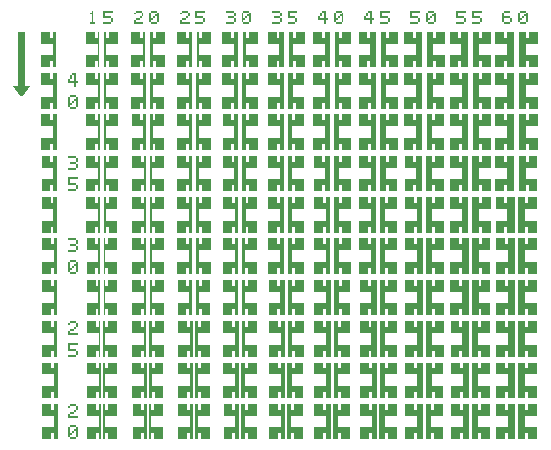
<source format=gbr>
G04 GERBER FILE EXPORTED BY LAYOUTEDITOR (HTTP://WWW.LAYOUTEDITOR.NET)*
%MOMM*%
%FSLAX46Y46*%
%INTop*%
%ADD010C,0.000000*%
D010*
G36*
G01X-7115000Y28400000D02*
X-6515000Y28400000D01*
X-6515000Y33000000D01*
X-7115000Y33000000D01*
X-7115000Y28400000D01*
G37*
G36*
G01X-6915000Y27600000D02*
X-6715000Y27600000D01*
X-6115000Y28400000D01*
X-7515000Y28400000D01*
X-6915000Y27600000D01*
G37*
G36*
G01X18000000Y-1500000D02*
X18750000Y-1500000D01*
X18750000Y-1000000D01*
X19000000Y-1000000D01*
X19000000Y-1500000D01*
X19400000Y-1500000D01*
X19400000Y1500000D01*
X19000000Y1500000D01*
X19000000Y1000000D01*
X18750000Y1000000D01*
X18750000Y1500000D01*
X18000000Y1500000D01*
X18000000Y500000D01*
X19000000Y500000D01*
X19000000Y-500000D01*
X18000000Y-500000D01*
X18000000Y-1500000D01*
G37*
G36*
G01X35212500Y2000000D02*
X35812500Y2000000D01*
X35812500Y2500000D01*
X36062500Y2500000D01*
X36062500Y2000000D01*
X36812500Y2000000D01*
X36812500Y3000000D01*
X35812500Y3000000D01*
X35812500Y4000000D01*
X36812500Y4000000D01*
X36812500Y5000000D01*
X36062500Y5000000D01*
X36062500Y4500000D01*
X35812500Y4500000D01*
X35812500Y5000000D01*
X35212500Y5000000D01*
X35212500Y2000000D01*
G37*
G36*
G01X35250000Y12500000D02*
X35850000Y12500000D01*
X35850000Y13000000D01*
X36100000Y13000000D01*
X36100000Y12500000D01*
X36850000Y12500000D01*
X36850000Y13500000D01*
X35850000Y13500000D01*
X35850000Y14500000D01*
X36850000Y14500000D01*
X36850000Y15500000D01*
X36100000Y15500000D01*
X36100000Y15000000D01*
X35850000Y15000000D01*
X35850000Y15500000D01*
X35250000Y15500000D01*
X35250000Y12500000D01*
G37*
G36*
G01X33350000Y12500000D02*
X34100000Y12500000D01*
X34100000Y13000000D01*
X34350000Y13000000D01*
X34350000Y12500000D01*
X34950000Y12500000D01*
X34950000Y15500000D01*
X34350000Y15500000D01*
X34350000Y15000000D01*
X34100000Y15000000D01*
X34100000Y15500000D01*
X33350000Y15500000D01*
X33350000Y14500000D01*
X34350000Y14500000D01*
X34350000Y13500000D01*
X33350000Y13500000D01*
X33350000Y12500000D01*
G37*
G36*
G01X31350000Y12500000D02*
X31900000Y12500000D01*
X31900000Y13000000D01*
X32150000Y13000000D01*
X32150000Y12500000D01*
X32900000Y12500000D01*
X32900000Y13500000D01*
X31900000Y13500000D01*
X31900000Y14500000D01*
X32900000Y14500000D01*
X32900000Y15500000D01*
X32150000Y15500000D01*
X32150000Y15000000D01*
X31900000Y15000000D01*
X31900000Y15500000D01*
X31350000Y15500000D01*
X31350000Y12500000D01*
G37*
G36*
G01X29500000Y12500000D02*
X30250000Y12500000D01*
X30250000Y13000000D01*
X30500000Y13000000D01*
X30500000Y12500000D01*
X31050000Y12500000D01*
X31050000Y15500000D01*
X30500000Y15500000D01*
X30500000Y15000000D01*
X30250000Y15000000D01*
X30250000Y15500000D01*
X29500000Y15500000D01*
X29500000Y14500000D01*
X30500000Y14500000D01*
X30500000Y13500000D01*
X29500000Y13500000D01*
X29500000Y12500000D01*
G37*
G36*
G01X27450000Y12500000D02*
X27950000Y12500000D01*
X27950000Y13000000D01*
X28200000Y13000000D01*
X28200000Y12500000D01*
X28950000Y12500000D01*
X28950000Y13500000D01*
X27950000Y13500000D01*
X27950000Y14500000D01*
X28950000Y14500000D01*
X28950000Y15500000D01*
X28200000Y15500000D01*
X28200000Y15000000D01*
X27950000Y15000000D01*
X27950000Y15500000D01*
X27450000Y15500000D01*
X27450000Y12500000D01*
G37*
G36*
G01X25650000Y12500000D02*
X26400000Y12500000D01*
X26400000Y13000000D01*
X26650000Y13000000D01*
X26650000Y12500000D01*
X27150000Y12500000D01*
X27150000Y15500000D01*
X26650000Y15500000D01*
X26650000Y15000000D01*
X26400000Y15000000D01*
X26400000Y15500000D01*
X25650000Y15500000D01*
X25650000Y14500000D01*
X26650000Y14500000D01*
X26650000Y13500000D01*
X25650000Y13500000D01*
X25650000Y12500000D01*
G37*
G36*
G01X23550000Y12500000D02*
X24000000Y12500000D01*
X24000000Y13000000D01*
X24250000Y13000000D01*
X24250000Y12500000D01*
X25000000Y12500000D01*
X25000000Y13500000D01*
X24000000Y13500000D01*
X24000000Y14500000D01*
X25000000Y14500000D01*
X25000000Y15500000D01*
X24250000Y15500000D01*
X24250000Y15000000D01*
X24000000Y15000000D01*
X24000000Y15500000D01*
X23550000Y15500000D01*
X23550000Y12500000D01*
G37*
G36*
G01X21800000Y12500000D02*
X22550000Y12500000D01*
X22550000Y13000000D01*
X22800000Y13000000D01*
X22800000Y12500000D01*
X23250000Y12500000D01*
X23250000Y15500000D01*
X22800000Y15500000D01*
X22800000Y15000000D01*
X22550000Y15000000D01*
X22550000Y15500000D01*
X21800000Y15500000D01*
X21800000Y14500000D01*
X22800000Y14500000D01*
X22800000Y13500000D01*
X21800000Y13500000D01*
X21800000Y12500000D01*
G37*
G36*
G01X19650000Y12500000D02*
X20050000Y12500000D01*
X20050000Y13000000D01*
X20300000Y13000000D01*
X20300000Y12500000D01*
X21050000Y12500000D01*
X21050000Y13500000D01*
X20050000Y13500000D01*
X20050000Y14500000D01*
X21050000Y14500000D01*
X21050000Y15500000D01*
X20300000Y15500000D01*
X20300000Y15000000D01*
X20050000Y15000000D01*
X20050000Y15500000D01*
X19650000Y15500000D01*
X19650000Y12500000D01*
G37*
G36*
G01X17950000Y12500000D02*
X18700000Y12500000D01*
X18700000Y13000000D01*
X18950000Y13000000D01*
X18950000Y12500000D01*
X19350000Y12500000D01*
X19350000Y15500000D01*
X18950000Y15500000D01*
X18950000Y15000000D01*
X18700000Y15000000D01*
X18700000Y15500000D01*
X17950000Y15500000D01*
X17950000Y14500000D01*
X18950000Y14500000D01*
X18950000Y13500000D01*
X17950000Y13500000D01*
X17950000Y12500000D01*
G37*
G36*
G01X35225000Y5500000D02*
X35825000Y5500000D01*
X35825000Y6000000D01*
X36075000Y6000000D01*
X36075000Y5500000D01*
X36825000Y5500000D01*
X36825000Y6500000D01*
X35825000Y6500000D01*
X35825000Y7500000D01*
X36825000Y7500000D01*
X36825000Y8500000D01*
X36075000Y8500000D01*
X36075000Y8000000D01*
X35825000Y8000000D01*
X35825000Y8500000D01*
X35225000Y8500000D01*
X35225000Y5500000D01*
G37*
G36*
G01X33375000Y5500000D02*
X34125000Y5500000D01*
X34125000Y6000000D01*
X34375000Y6000000D01*
X34375000Y5500000D01*
X34975000Y5500000D01*
X34975000Y8500000D01*
X34375000Y8500000D01*
X34375000Y8000000D01*
X34125000Y8000000D01*
X34125000Y8500000D01*
X33375000Y8500000D01*
X33375000Y7500000D01*
X34375000Y7500000D01*
X34375000Y6500000D01*
X33375000Y6500000D01*
X33375000Y5500000D01*
G37*
G36*
G01X31325000Y5500000D02*
X31875000Y5500000D01*
X31875000Y6000000D01*
X32125000Y6000000D01*
X32125000Y5500000D01*
X32875000Y5500000D01*
X32875000Y6500000D01*
X31875000Y6500000D01*
X31875000Y7500000D01*
X32875000Y7500000D01*
X32875000Y8500000D01*
X32125000Y8500000D01*
X32125000Y8000000D01*
X31875000Y8000000D01*
X31875000Y8500000D01*
X31325000Y8500000D01*
X31325000Y5500000D01*
G37*
G36*
G01X29525000Y5500000D02*
X30275000Y5500000D01*
X30275000Y6000000D01*
X30525000Y6000000D01*
X30525000Y5500000D01*
X31075000Y5500000D01*
X31075000Y8500000D01*
X30525000Y8500000D01*
X30525000Y8000000D01*
X30275000Y8000000D01*
X30275000Y8500000D01*
X29525000Y8500000D01*
X29525000Y7500000D01*
X30525000Y7500000D01*
X30525000Y6500000D01*
X29525000Y6500000D01*
X29525000Y5500000D01*
G37*
G36*
G01X27425000Y5500000D02*
X27925000Y5500000D01*
X27925000Y6000000D01*
X28175000Y6000000D01*
X28175000Y5500000D01*
X28925000Y5500000D01*
X28925000Y6500000D01*
X27925000Y6500000D01*
X27925000Y7500000D01*
X28925000Y7500000D01*
X28925000Y8500000D01*
X28175000Y8500000D01*
X28175000Y8000000D01*
X27925000Y8000000D01*
X27925000Y8500000D01*
X27425000Y8500000D01*
X27425000Y5500000D01*
G37*
G36*
G01X25675000Y5500000D02*
X26425000Y5500000D01*
X26425000Y6000000D01*
X26675000Y6000000D01*
X26675000Y5500000D01*
X27175000Y5500000D01*
X27175000Y8500000D01*
X26675000Y8500000D01*
X26675000Y8000000D01*
X26425000Y8000000D01*
X26425000Y8500000D01*
X25675000Y8500000D01*
X25675000Y7500000D01*
X26675000Y7500000D01*
X26675000Y6500000D01*
X25675000Y6500000D01*
X25675000Y5500000D01*
G37*
G36*
G01X23525000Y5500000D02*
X23975000Y5500000D01*
X23975000Y6000000D01*
X24225000Y6000000D01*
X24225000Y5500000D01*
X24975000Y5500000D01*
X24975000Y6500000D01*
X23975000Y6500000D01*
X23975000Y7500000D01*
X24975000Y7500000D01*
X24975000Y8500000D01*
X24225000Y8500000D01*
X24225000Y8000000D01*
X23975000Y8000000D01*
X23975000Y8500000D01*
X23525000Y8500000D01*
X23525000Y5500000D01*
G37*
G36*
G01X21825000Y5500000D02*
X22575000Y5500000D01*
X22575000Y6000000D01*
X22825000Y6000000D01*
X22825000Y5500000D01*
X23275000Y5500000D01*
X23275000Y8500000D01*
X22825000Y8500000D01*
X22825000Y8000000D01*
X22575000Y8000000D01*
X22575000Y8500000D01*
X21825000Y8500000D01*
X21825000Y7500000D01*
X22825000Y7500000D01*
X22825000Y6500000D01*
X21825000Y6500000D01*
X21825000Y5500000D01*
G37*
G36*
G01X19625000Y5500000D02*
X20025000Y5500000D01*
X20025000Y6000000D01*
X20275000Y6000000D01*
X20275000Y5500000D01*
X21025000Y5500000D01*
X21025000Y6500000D01*
X20025000Y6500000D01*
X20025000Y7500000D01*
X21025000Y7500000D01*
X21025000Y8500000D01*
X20275000Y8500000D01*
X20275000Y8000000D01*
X20025000Y8000000D01*
X20025000Y8500000D01*
X19625000Y8500000D01*
X19625000Y5500000D01*
G37*
G36*
G01X17975000Y5500000D02*
X18725000Y5500000D01*
X18725000Y6000000D01*
X18975000Y6000000D01*
X18975000Y5500000D01*
X19375000Y5500000D01*
X19375000Y8500000D01*
X18975000Y8500000D01*
X18975000Y8000000D01*
X18725000Y8000000D01*
X18725000Y8500000D01*
X17975000Y8500000D01*
X17975000Y7500000D01*
X18975000Y7500000D01*
X18975000Y6500000D01*
X17975000Y6500000D01*
X17975000Y5500000D01*
G37*
G36*
G01X33387500Y2000000D02*
X34137500Y2000000D01*
X34137500Y2500000D01*
X34387500Y2500000D01*
X34387500Y2000000D01*
X34987500Y2000000D01*
X34987500Y5000000D01*
X34387500Y5000000D01*
X34387500Y4500000D01*
X34137500Y4500000D01*
X34137500Y5000000D01*
X33387500Y5000000D01*
X33387500Y4000000D01*
X34387500Y4000000D01*
X34387500Y3000000D01*
X33387500Y3000000D01*
X33387500Y2000000D01*
G37*
G36*
G01X31312500Y2000000D02*
X31862500Y2000000D01*
X31862500Y2500000D01*
X32112500Y2500000D01*
X32112500Y2000000D01*
X32862500Y2000000D01*
X32862500Y3000000D01*
X31862500Y3000000D01*
X31862500Y4000000D01*
X32862500Y4000000D01*
X32862500Y5000000D01*
X32112500Y5000000D01*
X32112500Y4500000D01*
X31862500Y4500000D01*
X31862500Y5000000D01*
X31312500Y5000000D01*
X31312500Y2000000D01*
G37*
G36*
G01X29537500Y2000000D02*
X30287500Y2000000D01*
X30287500Y2500000D01*
X30537500Y2500000D01*
X30537500Y2000000D01*
X31087500Y2000000D01*
X31087500Y5000000D01*
X30537500Y5000000D01*
X30537500Y4500000D01*
X30287500Y4500000D01*
X30287500Y5000000D01*
X29537500Y5000000D01*
X29537500Y4000000D01*
X30537500Y4000000D01*
X30537500Y3000000D01*
X29537500Y3000000D01*
X29537500Y2000000D01*
G37*
G36*
G01X27412500Y2000000D02*
X27912500Y2000000D01*
X27912500Y2500000D01*
X28162500Y2500000D01*
X28162500Y2000000D01*
X28912500Y2000000D01*
X28912500Y3000000D01*
X27912500Y3000000D01*
X27912500Y4000000D01*
X28912500Y4000000D01*
X28912500Y5000000D01*
X28162500Y5000000D01*
X28162500Y4500000D01*
X27912500Y4500000D01*
X27912500Y5000000D01*
X27412500Y5000000D01*
X27412500Y2000000D01*
G37*
G36*
G01X25687500Y2000000D02*
X26437500Y2000000D01*
X26437500Y2500000D01*
X26687500Y2500000D01*
X26687500Y2000000D01*
X27187500Y2000000D01*
X27187500Y5000000D01*
X26687500Y5000000D01*
X26687500Y4500000D01*
X26437500Y4500000D01*
X26437500Y5000000D01*
X25687500Y5000000D01*
X25687500Y4000000D01*
X26687500Y4000000D01*
X26687500Y3000000D01*
X25687500Y3000000D01*
X25687500Y2000000D01*
G37*
G36*
G01X23512500Y2000000D02*
X23962500Y2000000D01*
X23962500Y2500000D01*
X24212500Y2500000D01*
X24212500Y2000000D01*
X24962500Y2000000D01*
X24962500Y3000000D01*
X23962500Y3000000D01*
X23962500Y4000000D01*
X24962500Y4000000D01*
X24962500Y5000000D01*
X24212500Y5000000D01*
X24212500Y4500000D01*
X23962500Y4500000D01*
X23962500Y5000000D01*
X23512500Y5000000D01*
X23512500Y2000000D01*
G37*
G36*
G01X21837500Y2000000D02*
X22587500Y2000000D01*
X22587500Y2500000D01*
X22837500Y2500000D01*
X22837500Y2000000D01*
X23287500Y2000000D01*
X23287500Y5000000D01*
X22837500Y5000000D01*
X22837500Y4500000D01*
X22587500Y4500000D01*
X22587500Y5000000D01*
X21837500Y5000000D01*
X21837500Y4000000D01*
X22837500Y4000000D01*
X22837500Y3000000D01*
X21837500Y3000000D01*
X21837500Y2000000D01*
G37*
G36*
G01X19612500Y2000000D02*
X20012500Y2000000D01*
X20012500Y2500000D01*
X20262500Y2500000D01*
X20262500Y2000000D01*
X21012500Y2000000D01*
X21012500Y3000000D01*
X20012500Y3000000D01*
X20012500Y4000000D01*
X21012500Y4000000D01*
X21012500Y5000000D01*
X20262500Y5000000D01*
X20262500Y4500000D01*
X20012500Y4500000D01*
X20012500Y5000000D01*
X19612500Y5000000D01*
X19612500Y2000000D01*
G37*
G36*
G01X17987500Y2000000D02*
X18737500Y2000000D01*
X18737500Y2500000D01*
X18987500Y2500000D01*
X18987500Y2000000D01*
X19387500Y2000000D01*
X19387500Y5000000D01*
X18987500Y5000000D01*
X18987500Y4500000D01*
X18737500Y4500000D01*
X18737500Y5000000D01*
X17987500Y5000000D01*
X17987500Y4000000D01*
X18987500Y4000000D01*
X18987500Y3000000D01*
X17987500Y3000000D01*
X17987500Y2000000D01*
G37*
G36*
G01X35200000Y-1500000D02*
X35800000Y-1500000D01*
X35800000Y-1000000D01*
X36050000Y-1000000D01*
X36050000Y-1500000D01*
X36800000Y-1500000D01*
X36800000Y-500000D01*
X35800000Y-500000D01*
X35800000Y500000D01*
X36800000Y500000D01*
X36800000Y1500000D01*
X36050000Y1500000D01*
X36050000Y1000000D01*
X35800000Y1000000D01*
X35800000Y1500000D01*
X35200000Y1500000D01*
X35200000Y-1500000D01*
G37*
G36*
G01X35237500Y9000000D02*
X35837500Y9000000D01*
X35837500Y9500000D01*
X36087500Y9500000D01*
X36087500Y9000000D01*
X36837500Y9000000D01*
X36837500Y10000000D01*
X35837500Y10000000D01*
X35837500Y11000000D01*
X36837500Y11000000D01*
X36837500Y12000000D01*
X36087500Y12000000D01*
X36087500Y11500000D01*
X35837500Y11500000D01*
X35837500Y12000000D01*
X35237500Y12000000D01*
X35237500Y9000000D01*
G37*
G36*
G01X33362500Y9000000D02*
X34112500Y9000000D01*
X34112500Y9500000D01*
X34362500Y9500000D01*
X34362500Y9000000D01*
X34962500Y9000000D01*
X34962500Y12000000D01*
X34362500Y12000000D01*
X34362500Y11500000D01*
X34112500Y11500000D01*
X34112500Y12000000D01*
X33362500Y12000000D01*
X33362500Y11000000D01*
X34362500Y11000000D01*
X34362500Y10000000D01*
X33362500Y10000000D01*
X33362500Y9000000D01*
G37*
G36*
G01X31337500Y9000000D02*
X31887500Y9000000D01*
X31887500Y9500000D01*
X32137500Y9500000D01*
X32137500Y9000000D01*
X32887500Y9000000D01*
X32887500Y10000000D01*
X31887500Y10000000D01*
X31887500Y11000000D01*
X32887500Y11000000D01*
X32887500Y12000000D01*
X32137500Y12000000D01*
X32137500Y11500000D01*
X31887500Y11500000D01*
X31887500Y12000000D01*
X31337500Y12000000D01*
X31337500Y9000000D01*
G37*
G36*
G01X29512500Y9000000D02*
X30262500Y9000000D01*
X30262500Y9500000D01*
X30512500Y9500000D01*
X30512500Y9000000D01*
X31062500Y9000000D01*
X31062500Y12000000D01*
X30512500Y12000000D01*
X30512500Y11500000D01*
X30262500Y11500000D01*
X30262500Y12000000D01*
X29512500Y12000000D01*
X29512500Y11000000D01*
X30512500Y11000000D01*
X30512500Y10000000D01*
X29512500Y10000000D01*
X29512500Y9000000D01*
G37*
G36*
G01X27437500Y9000000D02*
X27937500Y9000000D01*
X27937500Y9500000D01*
X28187500Y9500000D01*
X28187500Y9000000D01*
X28937500Y9000000D01*
X28937500Y10000000D01*
X27937500Y10000000D01*
X27937500Y11000000D01*
X28937500Y11000000D01*
X28937500Y12000000D01*
X28187500Y12000000D01*
X28187500Y11500000D01*
X27937500Y11500000D01*
X27937500Y12000000D01*
X27437500Y12000000D01*
X27437500Y9000000D01*
G37*
G36*
G01X25662500Y9000000D02*
X26412500Y9000000D01*
X26412500Y9500000D01*
X26662500Y9500000D01*
X26662500Y9000000D01*
X27162500Y9000000D01*
X27162500Y12000000D01*
X26662500Y12000000D01*
X26662500Y11500000D01*
X26412500Y11500000D01*
X26412500Y12000000D01*
X25662500Y12000000D01*
X25662500Y11000000D01*
X26662500Y11000000D01*
X26662500Y10000000D01*
X25662500Y10000000D01*
X25662500Y9000000D01*
G37*
G36*
G01X23537500Y9000000D02*
X23987500Y9000000D01*
X23987500Y9500000D01*
X24237500Y9500000D01*
X24237500Y9000000D01*
X24987500Y9000000D01*
X24987500Y10000000D01*
X23987500Y10000000D01*
X23987500Y11000000D01*
X24987500Y11000000D01*
X24987500Y12000000D01*
X24237500Y12000000D01*
X24237500Y11500000D01*
X23987500Y11500000D01*
X23987500Y12000000D01*
X23537500Y12000000D01*
X23537500Y9000000D01*
G37*
G36*
G01X21812500Y9000000D02*
X22562500Y9000000D01*
X22562500Y9500000D01*
X22812500Y9500000D01*
X22812500Y9000000D01*
X23262500Y9000000D01*
X23262500Y12000000D01*
X22812500Y12000000D01*
X22812500Y11500000D01*
X22562500Y11500000D01*
X22562500Y12000000D01*
X21812500Y12000000D01*
X21812500Y11000000D01*
X22812500Y11000000D01*
X22812500Y10000000D01*
X21812500Y10000000D01*
X21812500Y9000000D01*
G37*
G36*
G01X19637500Y9000000D02*
X20037500Y9000000D01*
X20037500Y9500000D01*
X20287500Y9500000D01*
X20287500Y9000000D01*
X21037500Y9000000D01*
X21037500Y10000000D01*
X20037500Y10000000D01*
X20037500Y11000000D01*
X21037500Y11000000D01*
X21037500Y12000000D01*
X20287500Y12000000D01*
X20287500Y11500000D01*
X20037500Y11500000D01*
X20037500Y12000000D01*
X19637500Y12000000D01*
X19637500Y9000000D01*
G37*
G36*
G01X17962500Y9000000D02*
X18712500Y9000000D01*
X18712500Y9500000D01*
X18962500Y9500000D01*
X18962500Y9000000D01*
X19362500Y9000000D01*
X19362500Y12000000D01*
X18962500Y12000000D01*
X18962500Y11500000D01*
X18712500Y11500000D01*
X18712500Y12000000D01*
X17962500Y12000000D01*
X17962500Y11000000D01*
X18962500Y11000000D01*
X18962500Y10000000D01*
X17962500Y10000000D01*
X17962500Y9000000D01*
G37*
G36*
G01X33400000Y-1500000D02*
X34150000Y-1500000D01*
X34150000Y-1000000D01*
X34400000Y-1000000D01*
X34400000Y-1500000D01*
X35000000Y-1500000D01*
X35000000Y1500000D01*
X34400000Y1500000D01*
X34400000Y1000000D01*
X34150000Y1000000D01*
X34150000Y1500000D01*
X33400000Y1500000D01*
X33400000Y500000D01*
X34400000Y500000D01*
X34400000Y-500000D01*
X33400000Y-500000D01*
X33400000Y-1500000D01*
G37*
G36*
G01X31300000Y-1500000D02*
X31850000Y-1500000D01*
X31850000Y-1000000D01*
X32100000Y-1000000D01*
X32100000Y-1500000D01*
X32850000Y-1500000D01*
X32850000Y-500000D01*
X31850000Y-500000D01*
X31850000Y500000D01*
X32850000Y500000D01*
X32850000Y1500000D01*
X32100000Y1500000D01*
X32100000Y1000000D01*
X31850000Y1000000D01*
X31850000Y1500000D01*
X31300000Y1500000D01*
X31300000Y-1500000D01*
G37*
G36*
G01X29550000Y-1500000D02*
X30300000Y-1500000D01*
X30300000Y-1000000D01*
X30550000Y-1000000D01*
X30550000Y-1500000D01*
X31100000Y-1500000D01*
X31100000Y1500000D01*
X30550000Y1500000D01*
X30550000Y1000000D01*
X30300000Y1000000D01*
X30300000Y1500000D01*
X29550000Y1500000D01*
X29550000Y500000D01*
X30550000Y500000D01*
X30550000Y-500000D01*
X29550000Y-500000D01*
X29550000Y-1500000D01*
G37*
G36*
G01X27400000Y-1500000D02*
X27900000Y-1500000D01*
X27900000Y-1000000D01*
X28150000Y-1000000D01*
X28150000Y-1500000D01*
X28900000Y-1500000D01*
X28900000Y-500000D01*
X27900000Y-500000D01*
X27900000Y500000D01*
X28900000Y500000D01*
X28900000Y1500000D01*
X28150000Y1500000D01*
X28150000Y1000000D01*
X27900000Y1000000D01*
X27900000Y1500000D01*
X27400000Y1500000D01*
X27400000Y-1500000D01*
G37*
G36*
G01X25700000Y-1500000D02*
X26450000Y-1500000D01*
X26450000Y-1000000D01*
X26700000Y-1000000D01*
X26700000Y-1500000D01*
X27200000Y-1500000D01*
X27200000Y1500000D01*
X26700000Y1500000D01*
X26700000Y1000000D01*
X26450000Y1000000D01*
X26450000Y1500000D01*
X25700000Y1500000D01*
X25700000Y500000D01*
X26700000Y500000D01*
X26700000Y-500000D01*
X25700000Y-500000D01*
X25700000Y-1500000D01*
G37*
G36*
G01X23500000Y-1500000D02*
X23950000Y-1500000D01*
X23950000Y-1000000D01*
X24200000Y-1000000D01*
X24200000Y-1500000D01*
X24950000Y-1500000D01*
X24950000Y-500000D01*
X23950000Y-500000D01*
X23950000Y500000D01*
X24950000Y500000D01*
X24950000Y1500000D01*
X24200000Y1500000D01*
X24200000Y1000000D01*
X23950000Y1000000D01*
X23950000Y1500000D01*
X23500000Y1500000D01*
X23500000Y-1500000D01*
G37*
G36*
G01X21850000Y-1500000D02*
X22600000Y-1500000D01*
X22600000Y-1000000D01*
X22850000Y-1000000D01*
X22850000Y-1500000D01*
X23300000Y-1500000D01*
X23300000Y1500000D01*
X22850000Y1500000D01*
X22850000Y1000000D01*
X22600000Y1000000D01*
X22600000Y1500000D01*
X21850000Y1500000D01*
X21850000Y500000D01*
X22850000Y500000D01*
X22850000Y-500000D01*
X21850000Y-500000D01*
X21850000Y-1500000D01*
G37*
G36*
G01X19600000Y-1500000D02*
X20000000Y-1500000D01*
X20000000Y-1000000D01*
X20250000Y-1000000D01*
X20250000Y-1500000D01*
X21000000Y-1500000D01*
X21000000Y-500000D01*
X20000000Y-500000D01*
X20000000Y500000D01*
X21000000Y500000D01*
X21000000Y1500000D01*
X20250000Y1500000D01*
X20250000Y1000000D01*
X20000000Y1000000D01*
X20000000Y1500000D01*
X19600000Y1500000D01*
X19600000Y-1500000D01*
G37*
G36*
G01X-5087500Y12500000D02*
X-4337500Y12500000D01*
X-4337500Y13000000D01*
X-4087500Y13000000D01*
X-4087500Y12500000D01*
X-3787500Y12500000D01*
X-3787500Y15500000D01*
X-4087500Y15500000D01*
X-4087500Y15000000D01*
X-4337500Y15000000D01*
X-4337500Y15500000D01*
X-5087500Y15500000D01*
X-5087500Y14500000D01*
X-4087500Y14500000D01*
X-4087500Y13500000D01*
X-5087500Y13500000D01*
X-5087500Y12500000D01*
G37*
G36*
G01X-5075000Y9000000D02*
X-4325000Y9000000D01*
X-4325000Y9500000D01*
X-4075000Y9500000D01*
X-4075000Y9000000D01*
X-3775000Y9000000D01*
X-3775000Y12000000D01*
X-4075000Y12000000D01*
X-4075000Y11500000D01*
X-4325000Y11500000D01*
X-4325000Y12000000D01*
X-5075000Y12000000D01*
X-5075000Y11000000D01*
X-4075000Y11000000D01*
X-4075000Y10000000D01*
X-5075000Y10000000D01*
X-5075000Y9000000D01*
G37*
G36*
G01X-5062500Y5500000D02*
X-4312500Y5500000D01*
X-4312500Y6000000D01*
X-4062500Y6000000D01*
X-4062500Y5500000D01*
X-3762500Y5500000D01*
X-3762500Y8500000D01*
X-4062500Y8500000D01*
X-4062500Y8000000D01*
X-4312500Y8000000D01*
X-4312500Y8500000D01*
X-5062500Y8500000D01*
X-5062500Y7500000D01*
X-4062500Y7500000D01*
X-4062500Y6500000D01*
X-5062500Y6500000D01*
X-5062500Y5500000D01*
G37*
G36*
G01X-5050000Y2000000D02*
X-4300000Y2000000D01*
X-4300000Y2500000D01*
X-4050000Y2500000D01*
X-4050000Y2000000D01*
X-3750000Y2000000D01*
X-3750000Y5000000D01*
X-4050000Y5000000D01*
X-4050000Y4500000D01*
X-4300000Y4500000D01*
X-4300000Y5000000D01*
X-5050000Y5000000D01*
X-5050000Y4000000D01*
X-4050000Y4000000D01*
X-4050000Y3000000D01*
X-5050000Y3000000D01*
X-5050000Y2000000D01*
G37*
G36*
G01X-5037500Y-1500000D02*
X-4287500Y-1500000D01*
X-4287500Y-1000000D01*
X-4037500Y-1000000D01*
X-4037500Y-1500000D01*
X-3737500Y-1500000D01*
X-3737500Y1500000D01*
X-4037500Y1500000D01*
X-4037500Y1000000D01*
X-4287500Y1000000D01*
X-4287500Y1500000D01*
X-5037500Y1500000D01*
X-5037500Y500000D01*
X-4037500Y500000D01*
X-4037500Y-500000D01*
X-5037500Y-500000D01*
X-5037500Y-1500000D01*
G37*
G36*
G01X137500Y9000000D02*
X287500Y9000000D01*
X287500Y9500000D01*
X537500Y9500000D01*
X537500Y9000000D01*
X1287500Y9000000D01*
X1287500Y10000000D01*
X287500Y10000000D01*
X287500Y11000000D01*
X1287500Y11000000D01*
X1287500Y12000000D01*
X537500Y12000000D01*
X537500Y11500000D01*
X287500Y11500000D01*
X287500Y12000000D01*
X137500Y12000000D01*
X137500Y9000000D01*
G37*
G36*
G01X-1287500Y9000000D02*
X-537500Y9000000D01*
X-537500Y9500000D01*
X-287500Y9500000D01*
X-287500Y9000000D01*
X-137500Y9000000D01*
X-137500Y12000000D01*
X-287500Y12000000D01*
X-287500Y11500000D01*
X-537500Y11500000D01*
X-537500Y12000000D01*
X-1287500Y12000000D01*
X-1287500Y11000000D01*
X-287500Y11000000D01*
X-287500Y10000000D01*
X-1287500Y10000000D01*
X-1287500Y9000000D01*
G37*
G36*
G01X-2862500Y-1333333D02*
X-2695833Y-1333333D01*
X-2695833Y-1166667D01*
X-2529167Y-1166667D01*
X-2529167Y-1000000D01*
X-2695833Y-1000000D01*
X-2695833Y-500000D01*
X-2862500Y-500000D01*
X-2862500Y-1333333D01*
G37*
G36*
G01X14125000Y5500000D02*
X14875000Y5500000D01*
X14875000Y6000000D01*
X15125000Y6000000D01*
X15125000Y5500000D01*
X15475000Y5500000D01*
X15475000Y8500000D01*
X15125000Y8500000D01*
X15125000Y8000000D01*
X14875000Y8000000D01*
X14875000Y8500000D01*
X14125000Y8500000D01*
X14125000Y7500000D01*
X15125000Y7500000D01*
X15125000Y6500000D01*
X14125000Y6500000D01*
X14125000Y5500000D01*
G37*
G36*
G01X11825000Y5500000D02*
X12125000Y5500000D01*
X12125000Y6000000D01*
X12375000Y6000000D01*
X12375000Y5500000D01*
X13125000Y5500000D01*
X13125000Y6500000D01*
X12125000Y6500000D01*
X12125000Y7500000D01*
X13125000Y7500000D01*
X13125000Y8500000D01*
X12375000Y8500000D01*
X12375000Y8000000D01*
X12125000Y8000000D01*
X12125000Y8500000D01*
X11825000Y8500000D01*
X11825000Y5500000D01*
G37*
G36*
G01X10275000Y5500000D02*
X11025000Y5500000D01*
X11025000Y6000000D01*
X11275000Y6000000D01*
X11275000Y5500000D01*
X11575000Y5500000D01*
X11575000Y8500000D01*
X11275000Y8500000D01*
X11275000Y8000000D01*
X11025000Y8000000D01*
X11025000Y8500000D01*
X10275000Y8500000D01*
X10275000Y7500000D01*
X11275000Y7500000D01*
X11275000Y6500000D01*
X10275000Y6500000D01*
X10275000Y5500000D01*
G37*
G36*
G01X7925000Y5500000D02*
X8175000Y5500000D01*
X8175000Y6000000D01*
X8425000Y6000000D01*
X8425000Y5500000D01*
X9175000Y5500000D01*
X9175000Y6500000D01*
X8175000Y6500000D01*
X8175000Y7500000D01*
X9175000Y7500000D01*
X9175000Y8500000D01*
X8425000Y8500000D01*
X8425000Y8000000D01*
X8175000Y8000000D01*
X8175000Y8500000D01*
X7925000Y8500000D01*
X7925000Y5500000D01*
G37*
G36*
G01X6425000Y5500000D02*
X7175000Y5500000D01*
X7175000Y6000000D01*
X7425000Y6000000D01*
X7425000Y5500000D01*
X7675000Y5500000D01*
X7675000Y8500000D01*
X7425000Y8500000D01*
X7425000Y8000000D01*
X7175000Y8000000D01*
X7175000Y8500000D01*
X6425000Y8500000D01*
X6425000Y7500000D01*
X7425000Y7500000D01*
X7425000Y6500000D01*
X6425000Y6500000D01*
X6425000Y5500000D01*
G37*
G36*
G01X4025000Y5500000D02*
X4225000Y5500000D01*
X4225000Y6000000D01*
X4475000Y6000000D01*
X4475000Y5500000D01*
X5225000Y5500000D01*
X5225000Y6500000D01*
X4225000Y6500000D01*
X4225000Y7500000D01*
X5225000Y7500000D01*
X5225000Y8500000D01*
X4475000Y8500000D01*
X4475000Y8000000D01*
X4225000Y8000000D01*
X4225000Y8500000D01*
X4025000Y8500000D01*
X4025000Y5500000D01*
G37*
G36*
G01X2575000Y5500000D02*
X3325000Y5500000D01*
X3325000Y6000000D01*
X3575000Y6000000D01*
X3575000Y5500000D01*
X3775000Y5500000D01*
X3775000Y8500000D01*
X3575000Y8500000D01*
X3575000Y8000000D01*
X3325000Y8000000D01*
X3325000Y8500000D01*
X2575000Y8500000D01*
X2575000Y7500000D01*
X3575000Y7500000D01*
X3575000Y6500000D01*
X2575000Y6500000D01*
X2575000Y5500000D01*
G37*
G36*
G01X125000Y5500000D02*
X275000Y5500000D01*
X275000Y6000000D01*
X525000Y6000000D01*
X525000Y5500000D01*
X1275000Y5500000D01*
X1275000Y6500000D01*
X275000Y6500000D01*
X275000Y7500000D01*
X1275000Y7500000D01*
X1275000Y8500000D01*
X525000Y8500000D01*
X525000Y8000000D01*
X275000Y8000000D01*
X275000Y8500000D01*
X125000Y8500000D01*
X125000Y5500000D01*
G37*
G36*
G01X-1275000Y5500000D02*
X-525000Y5500000D01*
X-525000Y6000000D01*
X-275000Y6000000D01*
X-275000Y5500000D01*
X-125000Y5500000D01*
X-125000Y8500000D01*
X-275000Y8500000D01*
X-275000Y8000000D01*
X-525000Y8000000D01*
X-525000Y8500000D01*
X-1275000Y8500000D01*
X-1275000Y7500000D01*
X-275000Y7500000D01*
X-275000Y6500000D01*
X-1275000Y6500000D01*
X-1275000Y5500000D01*
G37*
G36*
G01X-2695833Y8333333D02*
X-2195833Y8333333D01*
X-2195833Y8500000D01*
X-2695833Y8500000D01*
X-2695833Y8333333D01*
G37*
G36*
G01X-2195833Y8000000D02*
X-2029167Y8000000D01*
X-2029167Y8333333D01*
X-2195833Y8333333D01*
X-2195833Y8000000D01*
G37*
G36*
G01X-2862500Y8166667D02*
X-2695833Y8166667D01*
X-2695833Y8333333D01*
X-2862500Y8333333D01*
X-2862500Y8166667D01*
G37*
G36*
G01X-2362500Y7833333D02*
X-2195833Y7833333D01*
X-2195833Y8000000D01*
X-2362500Y8000000D01*
X-2362500Y7833333D01*
G37*
G36*
G01X-2695833Y7666667D02*
X-2362500Y7666667D01*
X-2362500Y7833333D01*
X-2695833Y7833333D01*
X-2695833Y7666667D01*
G37*
G36*
G01X-2862500Y7333333D02*
X-2029167Y7333333D01*
X-2029167Y7500000D01*
X-2695833Y7500000D01*
X-2695833Y7666667D01*
X-2862500Y7666667D01*
X-2862500Y7333333D01*
G37*
G36*
G01X-2862500Y6000000D02*
X-2195833Y6000000D01*
X-2195833Y6166667D01*
X-2695833Y6166667D01*
X-2695833Y6500000D01*
X-2029167Y6500000D01*
X-2029167Y6666667D01*
X-2862500Y6666667D01*
X-2862500Y6000000D01*
G37*
G36*
G01X-2195833Y5666667D02*
X-2029167Y5666667D01*
X-2029167Y6000000D01*
X-2195833Y6000000D01*
X-2195833Y5666667D01*
G37*
G36*
G01X-2862500Y5500000D02*
X-2195833Y5500000D01*
X-2195833Y5666667D01*
X-2862500Y5666667D01*
X-2862500Y5500000D01*
G37*
G36*
G01X-2529167Y-1000000D02*
X-2362500Y-1000000D01*
X-2362500Y-833333D01*
X-2529167Y-833333D01*
X-2529167Y-1000000D01*
G37*
G36*
G01X14137500Y2000000D02*
X14887500Y2000000D01*
X14887500Y2500000D01*
X15137500Y2500000D01*
X15137500Y2000000D01*
X15487500Y2000000D01*
X15487500Y5000000D01*
X15137500Y5000000D01*
X15137500Y4500000D01*
X14887500Y4500000D01*
X14887500Y5000000D01*
X14137500Y5000000D01*
X14137500Y4000000D01*
X15137500Y4000000D01*
X15137500Y3000000D01*
X14137500Y3000000D01*
X14137500Y2000000D01*
G37*
G36*
G01X11812500Y2000000D02*
X12112500Y2000000D01*
X12112500Y2500000D01*
X12362500Y2500000D01*
X12362500Y2000000D01*
X13112500Y2000000D01*
X13112500Y3000000D01*
X12112500Y3000000D01*
X12112500Y4000000D01*
X13112500Y4000000D01*
X13112500Y5000000D01*
X12362500Y5000000D01*
X12362500Y4500000D01*
X12112500Y4500000D01*
X12112500Y5000000D01*
X11812500Y5000000D01*
X11812500Y2000000D01*
G37*
G36*
G01X10287500Y2000000D02*
X11037500Y2000000D01*
X11037500Y2500000D01*
X11287500Y2500000D01*
X11287500Y2000000D01*
X11587500Y2000000D01*
X11587500Y5000000D01*
X11287500Y5000000D01*
X11287500Y4500000D01*
X11037500Y4500000D01*
X11037500Y5000000D01*
X10287500Y5000000D01*
X10287500Y4000000D01*
X11287500Y4000000D01*
X11287500Y3000000D01*
X10287500Y3000000D01*
X10287500Y2000000D01*
G37*
G36*
G01X7912500Y2000000D02*
X8162500Y2000000D01*
X8162500Y2500000D01*
X8412500Y2500000D01*
X8412500Y2000000D01*
X9162500Y2000000D01*
X9162500Y3000000D01*
X8162500Y3000000D01*
X8162500Y4000000D01*
X9162500Y4000000D01*
X9162500Y5000000D01*
X8412500Y5000000D01*
X8412500Y4500000D01*
X8162500Y4500000D01*
X8162500Y5000000D01*
X7912500Y5000000D01*
X7912500Y2000000D01*
G37*
G36*
G01X6437500Y2000000D02*
X7187500Y2000000D01*
X7187500Y2500000D01*
X7437500Y2500000D01*
X7437500Y2000000D01*
X7687500Y2000000D01*
X7687500Y5000000D01*
X7437500Y5000000D01*
X7437500Y4500000D01*
X7187500Y4500000D01*
X7187500Y5000000D01*
X6437500Y5000000D01*
X6437500Y4000000D01*
X7437500Y4000000D01*
X7437500Y3000000D01*
X6437500Y3000000D01*
X6437500Y2000000D01*
G37*
G36*
G01X4012500Y2000000D02*
X4212500Y2000000D01*
X4212500Y2500000D01*
X4462500Y2500000D01*
X4462500Y2000000D01*
X5212500Y2000000D01*
X5212500Y3000000D01*
X4212500Y3000000D01*
X4212500Y4000000D01*
X5212500Y4000000D01*
X5212500Y5000000D01*
X4462500Y5000000D01*
X4462500Y4500000D01*
X4212500Y4500000D01*
X4212500Y5000000D01*
X4012500Y5000000D01*
X4012500Y2000000D01*
G37*
G36*
G01X2587500Y2000000D02*
X3337500Y2000000D01*
X3337500Y2500000D01*
X3587500Y2500000D01*
X3587500Y2000000D01*
X3787500Y2000000D01*
X3787500Y5000000D01*
X3587500Y5000000D01*
X3587500Y4500000D01*
X3337500Y4500000D01*
X3337500Y5000000D01*
X2587500Y5000000D01*
X2587500Y4000000D01*
X3587500Y4000000D01*
X3587500Y3000000D01*
X2587500Y3000000D01*
X2587500Y2000000D01*
G37*
G36*
G01X112500Y2000000D02*
X262500Y2000000D01*
X262500Y2500000D01*
X512500Y2500000D01*
X512500Y2000000D01*
X1262500Y2000000D01*
X1262500Y3000000D01*
X262500Y3000000D01*
X262500Y4000000D01*
X1262500Y4000000D01*
X1262500Y5000000D01*
X512500Y5000000D01*
X512500Y4500000D01*
X262500Y4500000D01*
X262500Y5000000D01*
X112500Y5000000D01*
X112500Y2000000D01*
G37*
G36*
G01X-1262500Y2000000D02*
X-512500Y2000000D01*
X-512500Y2500000D01*
X-262500Y2500000D01*
X-262500Y2000000D01*
X-112500Y2000000D01*
X-112500Y5000000D01*
X-262500Y5000000D01*
X-262500Y4500000D01*
X-512500Y4500000D01*
X-512500Y5000000D01*
X-1262500Y5000000D01*
X-1262500Y4000000D01*
X-262500Y4000000D01*
X-262500Y3000000D01*
X-1262500Y3000000D01*
X-1262500Y2000000D01*
G37*
G36*
G01X-2695833Y-1500000D02*
X-2195833Y-1500000D01*
X-2195833Y-1333333D01*
X-2695833Y-1333333D01*
X-2695833Y-1500000D01*
G37*
G36*
G01X14150000Y-1500000D02*
X14900000Y-1500000D01*
X14900000Y-1000000D01*
X15150000Y-1000000D01*
X15150000Y-1500000D01*
X15500000Y-1500000D01*
X15500000Y1500000D01*
X15150000Y1500000D01*
X15150000Y1000000D01*
X14900000Y1000000D01*
X14900000Y1500000D01*
X14150000Y1500000D01*
X14150000Y500000D01*
X15150000Y500000D01*
X15150000Y-500000D01*
X14150000Y-500000D01*
X14150000Y-1500000D01*
G37*
G36*
G01X11800000Y-1500000D02*
X12100000Y-1500000D01*
X12100000Y-1000000D01*
X12350000Y-1000000D01*
X12350000Y-1500000D01*
X13100000Y-1500000D01*
X13100000Y-500000D01*
X12100000Y-500000D01*
X12100000Y500000D01*
X13100000Y500000D01*
X13100000Y1500000D01*
X12350000Y1500000D01*
X12350000Y1000000D01*
X12100000Y1000000D01*
X12100000Y1500000D01*
X11800000Y1500000D01*
X11800000Y-1500000D01*
G37*
G36*
G01X10300000Y-1500000D02*
X11050000Y-1500000D01*
X11050000Y-1000000D01*
X11300000Y-1000000D01*
X11300000Y-1500000D01*
X11600000Y-1500000D01*
X11600000Y1500000D01*
X11300000Y1500000D01*
X11300000Y1000000D01*
X11050000Y1000000D01*
X11050000Y1500000D01*
X10300000Y1500000D01*
X10300000Y500000D01*
X11300000Y500000D01*
X11300000Y-500000D01*
X10300000Y-500000D01*
X10300000Y-1500000D01*
G37*
G36*
G01X7900000Y-1500000D02*
X8150000Y-1500000D01*
X8150000Y-1000000D01*
X8400000Y-1000000D01*
X8400000Y-1500000D01*
X9150000Y-1500000D01*
X9150000Y-500000D01*
X8150000Y-500000D01*
X8150000Y500000D01*
X9150000Y500000D01*
X9150000Y1500000D01*
X8400000Y1500000D01*
X8400000Y1000000D01*
X8150000Y1000000D01*
X8150000Y1500000D01*
X7900000Y1500000D01*
X7900000Y-1500000D01*
G37*
G36*
G01X6450000Y-1500000D02*
X7200000Y-1500000D01*
X7200000Y-1000000D01*
X7450000Y-1000000D01*
X7450000Y-1500000D01*
X7700000Y-1500000D01*
X7700000Y1500000D01*
X7450000Y1500000D01*
X7450000Y1000000D01*
X7200000Y1000000D01*
X7200000Y1500000D01*
X6450000Y1500000D01*
X6450000Y500000D01*
X7450000Y500000D01*
X7450000Y-500000D01*
X6450000Y-500000D01*
X6450000Y-1500000D01*
G37*
G36*
G01X4000000Y-1500000D02*
X4200000Y-1500000D01*
X4200000Y-1000000D01*
X4450000Y-1000000D01*
X4450000Y-1500000D01*
X5200000Y-1500000D01*
X5200000Y-500000D01*
X4200000Y-500000D01*
X4200000Y500000D01*
X5200000Y500000D01*
X5200000Y1500000D01*
X4450000Y1500000D01*
X4450000Y1000000D01*
X4200000Y1000000D01*
X4200000Y1500000D01*
X4000000Y1500000D01*
X4000000Y-1500000D01*
G37*
G36*
G01X2600000Y-1500000D02*
X3350000Y-1500000D01*
X3350000Y-1000000D01*
X3600000Y-1000000D01*
X3600000Y-1500000D01*
X3800000Y-1500000D01*
X3800000Y1500000D01*
X3600000Y1500000D01*
X3600000Y1000000D01*
X3350000Y1000000D01*
X3350000Y1500000D01*
X2600000Y1500000D01*
X2600000Y500000D01*
X3600000Y500000D01*
X3600000Y-500000D01*
X2600000Y-500000D01*
X2600000Y-1500000D01*
G37*
G36*
G01X100000Y-1500000D02*
X250000Y-1500000D01*
X250000Y-1000000D01*
X500000Y-1000000D01*
X500000Y-1500000D01*
X1250000Y-1500000D01*
X1250000Y-500000D01*
X250000Y-500000D01*
X250000Y500000D01*
X1250000Y500000D01*
X1250000Y1500000D01*
X500000Y1500000D01*
X500000Y1000000D01*
X250000Y1000000D01*
X250000Y1500000D01*
X100000Y1500000D01*
X100000Y-1500000D01*
G37*
G36*
G01X-1250000Y-1500000D02*
X-500000Y-1500000D01*
X-500000Y-1000000D01*
X-250000Y-1000000D01*
X-250000Y-1500000D01*
X-100000Y-1500000D01*
X-100000Y1500000D01*
X-250000Y1500000D01*
X-250000Y1000000D01*
X-500000Y1000000D01*
X-500000Y1500000D01*
X-1250000Y1500000D01*
X-1250000Y500000D01*
X-250000Y500000D01*
X-250000Y-500000D01*
X-1250000Y-500000D01*
X-1250000Y-1500000D01*
G37*
G36*
G01X-2695833Y1333333D02*
X-2195833Y1333333D01*
X-2195833Y1500000D01*
X-2695833Y1500000D01*
X-2695833Y1333333D01*
G37*
G36*
G01X-2195833Y1000000D02*
X-2029167Y1000000D01*
X-2029167Y1333333D01*
X-2195833Y1333333D01*
X-2195833Y1000000D01*
G37*
G36*
G01X-2862500Y1166667D02*
X-2695833Y1166667D01*
X-2695833Y1333333D01*
X-2862500Y1333333D01*
X-2862500Y1166667D01*
G37*
G36*
G01X-2362500Y833333D02*
X-2195833Y833333D01*
X-2195833Y1000000D01*
X-2362500Y1000000D01*
X-2362500Y833333D01*
G37*
G36*
G01X-2695833Y666667D02*
X-2362500Y666667D01*
X-2362500Y833333D01*
X-2695833Y833333D01*
X-2695833Y666667D01*
G37*
G36*
G01X-2862500Y333333D02*
X-2029167Y333333D01*
X-2029167Y500000D01*
X-2695833Y500000D01*
X-2695833Y666667D01*
X-2862500Y666667D01*
X-2862500Y333333D01*
G37*
G36*
G01X-2695833Y-500000D02*
X-2195833Y-500000D01*
X-2195833Y-333333D01*
X-2695833Y-333333D01*
X-2695833Y-500000D01*
G37*
G36*
G01X14100000Y12500000D02*
X14850000Y12500000D01*
X14850000Y13000000D01*
X15100000Y13000000D01*
X15100000Y12500000D01*
X15450000Y12500000D01*
X15450000Y15500000D01*
X15100000Y15500000D01*
X15100000Y15000000D01*
X14850000Y15000000D01*
X14850000Y15500000D01*
X14100000Y15500000D01*
X14100000Y14500000D01*
X15100000Y14500000D01*
X15100000Y13500000D01*
X14100000Y13500000D01*
X14100000Y12500000D01*
G37*
G36*
G01X11850000Y12500000D02*
X12150000Y12500000D01*
X12150000Y13000000D01*
X12400000Y13000000D01*
X12400000Y12500000D01*
X13150000Y12500000D01*
X13150000Y13500000D01*
X12150000Y13500000D01*
X12150000Y14500000D01*
X13150000Y14500000D01*
X13150000Y15500000D01*
X12400000Y15500000D01*
X12400000Y15000000D01*
X12150000Y15000000D01*
X12150000Y15500000D01*
X11850000Y15500000D01*
X11850000Y12500000D01*
G37*
G36*
G01X10250000Y12500000D02*
X11000000Y12500000D01*
X11000000Y13000000D01*
X11250000Y13000000D01*
X11250000Y12500000D01*
X11550000Y12500000D01*
X11550000Y15500000D01*
X11250000Y15500000D01*
X11250000Y15000000D01*
X11000000Y15000000D01*
X11000000Y15500000D01*
X10250000Y15500000D01*
X10250000Y14500000D01*
X11250000Y14500000D01*
X11250000Y13500000D01*
X10250000Y13500000D01*
X10250000Y12500000D01*
G37*
G36*
G01X7950000Y12500000D02*
X8200000Y12500000D01*
X8200000Y13000000D01*
X8450000Y13000000D01*
X8450000Y12500000D01*
X9200000Y12500000D01*
X9200000Y13500000D01*
X8200000Y13500000D01*
X8200000Y14500000D01*
X9200000Y14500000D01*
X9200000Y15500000D01*
X8450000Y15500000D01*
X8450000Y15000000D01*
X8200000Y15000000D01*
X8200000Y15500000D01*
X7950000Y15500000D01*
X7950000Y12500000D01*
G37*
G36*
G01X6400000Y12500000D02*
X7150000Y12500000D01*
X7150000Y13000000D01*
X7400000Y13000000D01*
X7400000Y12500000D01*
X7650000Y12500000D01*
X7650000Y15500000D01*
X7400000Y15500000D01*
X7400000Y15000000D01*
X7150000Y15000000D01*
X7150000Y15500000D01*
X6400000Y15500000D01*
X6400000Y14500000D01*
X7400000Y14500000D01*
X7400000Y13500000D01*
X6400000Y13500000D01*
X6400000Y12500000D01*
G37*
G36*
G01X4050000Y12500000D02*
X4250000Y12500000D01*
X4250000Y13000000D01*
X4500000Y13000000D01*
X4500000Y12500000D01*
X5250000Y12500000D01*
X5250000Y13500000D01*
X4250000Y13500000D01*
X4250000Y14500000D01*
X5250000Y14500000D01*
X5250000Y15500000D01*
X4500000Y15500000D01*
X4500000Y15000000D01*
X4250000Y15000000D01*
X4250000Y15500000D01*
X4050000Y15500000D01*
X4050000Y12500000D01*
G37*
G36*
G01X2550000Y12500000D02*
X3300000Y12500000D01*
X3300000Y13000000D01*
X3550000Y13000000D01*
X3550000Y12500000D01*
X3750000Y12500000D01*
X3750000Y15500000D01*
X3550000Y15500000D01*
X3550000Y15000000D01*
X3300000Y15000000D01*
X3300000Y15500000D01*
X2550000Y15500000D01*
X2550000Y14500000D01*
X3550000Y14500000D01*
X3550000Y13500000D01*
X2550000Y13500000D01*
X2550000Y12500000D01*
G37*
G36*
G01X150000Y12500000D02*
X300000Y12500000D01*
X300000Y13000000D01*
X550000Y13000000D01*
X550000Y12500000D01*
X1300000Y12500000D01*
X1300000Y13500000D01*
X300000Y13500000D01*
X300000Y14500000D01*
X1300000Y14500000D01*
X1300000Y15500000D01*
X550000Y15500000D01*
X550000Y15000000D01*
X300000Y15000000D01*
X300000Y15500000D01*
X150000Y15500000D01*
X150000Y12500000D01*
G37*
G36*
G01X-1300000Y12500000D02*
X-550000Y12500000D01*
X-550000Y13000000D01*
X-300000Y13000000D01*
X-300000Y12500000D01*
X-150000Y12500000D01*
X-150000Y15500000D01*
X-300000Y15500000D01*
X-300000Y15000000D01*
X-550000Y15000000D01*
X-550000Y15500000D01*
X-1300000Y15500000D01*
X-1300000Y14500000D01*
X-300000Y14500000D01*
X-300000Y13500000D01*
X-1300000Y13500000D01*
X-1300000Y12500000D01*
G37*
G36*
G01X-2862500Y15333333D02*
X-2195833Y15333333D01*
X-2195833Y15500000D01*
X-2862500Y15500000D01*
X-2862500Y15333333D01*
G37*
G36*
G01X-2195833Y15000000D02*
X-2029167Y15000000D01*
X-2029167Y15333333D01*
X-2195833Y15333333D01*
X-2195833Y15000000D01*
G37*
G36*
G01X-2695833Y14833333D02*
X-2195833Y14833333D01*
X-2195833Y15000000D01*
X-2695833Y15000000D01*
X-2695833Y14833333D01*
G37*
G36*
G01X-2195833Y14500000D02*
X-2029167Y14500000D01*
X-2029167Y14833333D01*
X-2195833Y14833333D01*
X-2195833Y14500000D01*
G37*
G36*
G01X-2862500Y14333333D02*
X-2195833Y14333333D01*
X-2195833Y14500000D01*
X-2862500Y14500000D01*
X-2862500Y14333333D01*
G37*
G36*
G01X-2695833Y13500000D02*
X-2195833Y13500000D01*
X-2195833Y13666667D01*
X-2695833Y13666667D01*
X-2695833Y13500000D01*
G37*
G36*
G01X-2195833Y12666667D02*
X-2029167Y12666667D01*
X-2029167Y13500000D01*
X-2195833Y13500000D01*
X-2195833Y13333333D01*
X-2362500Y13333333D01*
X-2362500Y13166667D01*
X-2195833Y13166667D01*
X-2195833Y12666667D01*
G37*
G36*
G01X-2862500Y12666667D02*
X-2695833Y12666667D01*
X-2695833Y12833333D01*
X-2529167Y12833333D01*
X-2529167Y13000000D01*
X-2695833Y13000000D01*
X-2695833Y13500000D01*
X-2862500Y13500000D01*
X-2862500Y12666667D01*
G37*
G36*
G01X-2529167Y13000000D02*
X-2362500Y13000000D01*
X-2362500Y13166667D01*
X-2529167Y13166667D01*
X-2529167Y13000000D01*
G37*
G36*
G01X-2695833Y12500000D02*
X-2195833Y12500000D01*
X-2195833Y12666667D01*
X-2695833Y12666667D01*
X-2695833Y12500000D01*
G37*
G36*
G01X-2195833Y-1333333D02*
X-2029167Y-1333333D01*
X-2029167Y-500000D01*
X-2195833Y-500000D01*
X-2195833Y-666667D01*
X-2362500Y-666667D01*
X-2362500Y-833333D01*
X-2195833Y-833333D01*
X-2195833Y-1333333D01*
G37*
G36*
G01X14112500Y9000000D02*
X14862500Y9000000D01*
X14862500Y9500000D01*
X15112500Y9500000D01*
X15112500Y9000000D01*
X15462500Y9000000D01*
X15462500Y12000000D01*
X15112500Y12000000D01*
X15112500Y11500000D01*
X14862500Y11500000D01*
X14862500Y12000000D01*
X14112500Y12000000D01*
X14112500Y11000000D01*
X15112500Y11000000D01*
X15112500Y10000000D01*
X14112500Y10000000D01*
X14112500Y9000000D01*
G37*
G36*
G01X11837500Y9000000D02*
X12137500Y9000000D01*
X12137500Y9500000D01*
X12387500Y9500000D01*
X12387500Y9000000D01*
X13137500Y9000000D01*
X13137500Y10000000D01*
X12137500Y10000000D01*
X12137500Y11000000D01*
X13137500Y11000000D01*
X13137500Y12000000D01*
X12387500Y12000000D01*
X12387500Y11500000D01*
X12137500Y11500000D01*
X12137500Y12000000D01*
X11837500Y12000000D01*
X11837500Y9000000D01*
G37*
G36*
G01X10262500Y9000000D02*
X11012500Y9000000D01*
X11012500Y9500000D01*
X11262500Y9500000D01*
X11262500Y9000000D01*
X11562500Y9000000D01*
X11562500Y12000000D01*
X11262500Y12000000D01*
X11262500Y11500000D01*
X11012500Y11500000D01*
X11012500Y12000000D01*
X10262500Y12000000D01*
X10262500Y11000000D01*
X11262500Y11000000D01*
X11262500Y10000000D01*
X10262500Y10000000D01*
X10262500Y9000000D01*
G37*
G36*
G01X7937500Y9000000D02*
X8187500Y9000000D01*
X8187500Y9500000D01*
X8437500Y9500000D01*
X8437500Y9000000D01*
X9187500Y9000000D01*
X9187500Y10000000D01*
X8187500Y10000000D01*
X8187500Y11000000D01*
X9187500Y11000000D01*
X9187500Y12000000D01*
X8437500Y12000000D01*
X8437500Y11500000D01*
X8187500Y11500000D01*
X8187500Y12000000D01*
X7937500Y12000000D01*
X7937500Y9000000D01*
G37*
G36*
G01X6412500Y9000000D02*
X7162500Y9000000D01*
X7162500Y9500000D01*
X7412500Y9500000D01*
X7412500Y9000000D01*
X7662500Y9000000D01*
X7662500Y12000000D01*
X7412500Y12000000D01*
X7412500Y11500000D01*
X7162500Y11500000D01*
X7162500Y12000000D01*
X6412500Y12000000D01*
X6412500Y11000000D01*
X7412500Y11000000D01*
X7412500Y10000000D01*
X6412500Y10000000D01*
X6412500Y9000000D01*
G37*
G36*
G01X4037500Y9000000D02*
X4237500Y9000000D01*
X4237500Y9500000D01*
X4487500Y9500000D01*
X4487500Y9000000D01*
X5237500Y9000000D01*
X5237500Y10000000D01*
X4237500Y10000000D01*
X4237500Y11000000D01*
X5237500Y11000000D01*
X5237500Y12000000D01*
X4487500Y12000000D01*
X4487500Y11500000D01*
X4237500Y11500000D01*
X4237500Y12000000D01*
X4037500Y12000000D01*
X4037500Y9000000D01*
G37*
G36*
G01X2562500Y9000000D02*
X3312500Y9000000D01*
X3312500Y9500000D01*
X3562500Y9500000D01*
X3562500Y9000000D01*
X3762500Y9000000D01*
X3762500Y12000000D01*
X3562500Y12000000D01*
X3562500Y11500000D01*
X3312500Y11500000D01*
X3312500Y12000000D01*
X2562500Y12000000D01*
X2562500Y11000000D01*
X3562500Y11000000D01*
X3562500Y10000000D01*
X2562500Y10000000D01*
X2562500Y9000000D01*
G37*
G36*
G01X-5150000Y30000000D02*
X-4400000Y30000000D01*
X-4400000Y30500000D01*
X-4150000Y30500000D01*
X-4150000Y30000000D01*
X-3850000Y30000000D01*
X-3850000Y33000000D01*
X-4150000Y33000000D01*
X-4150000Y32500000D01*
X-4400000Y32500000D01*
X-4400000Y33000000D01*
X-5150000Y33000000D01*
X-5150000Y32000000D01*
X-4150000Y32000000D01*
X-4150000Y31000000D01*
X-5150000Y31000000D01*
X-5150000Y30000000D01*
G37*
G36*
G01X-5137500Y26500000D02*
X-4387500Y26500000D01*
X-4387500Y27000000D01*
X-4137500Y27000000D01*
X-4137500Y26500000D01*
X-3837500Y26500000D01*
X-3837500Y29500000D01*
X-4137500Y29500000D01*
X-4137500Y29000000D01*
X-4387500Y29000000D01*
X-4387500Y29500000D01*
X-5137500Y29500000D01*
X-5137500Y28500000D01*
X-4137500Y28500000D01*
X-4137500Y27500000D01*
X-5137500Y27500000D01*
X-5137500Y26500000D01*
G37*
G36*
G01X-5125000Y23000000D02*
X-4375000Y23000000D01*
X-4375000Y23500000D01*
X-4125000Y23500000D01*
X-4125000Y23000000D01*
X-3825000Y23000000D01*
X-3825000Y26000000D01*
X-4125000Y26000000D01*
X-4125000Y25500000D01*
X-4375000Y25500000D01*
X-4375000Y26000000D01*
X-5125000Y26000000D01*
X-5125000Y25000000D01*
X-4125000Y25000000D01*
X-4125000Y24000000D01*
X-5125000Y24000000D01*
X-5125000Y23000000D01*
G37*
G36*
G01X-5112500Y19500000D02*
X-4362500Y19500000D01*
X-4362500Y20000000D01*
X-4112500Y20000000D01*
X-4112500Y19500000D01*
X-3812500Y19500000D01*
X-3812500Y22500000D01*
X-4112500Y22500000D01*
X-4112500Y22000000D01*
X-4362500Y22000000D01*
X-4362500Y22500000D01*
X-5112500Y22500000D01*
X-5112500Y21500000D01*
X-4112500Y21500000D01*
X-4112500Y20500000D01*
X-5112500Y20500000D01*
X-5112500Y19500000D01*
G37*
G36*
G01X11912500Y30000000D02*
X12212500Y30000000D01*
X12212500Y30500000D01*
X12462500Y30500000D01*
X12462500Y30000000D01*
X13212500Y30000000D01*
X13212500Y31000000D01*
X12212500Y31000000D01*
X12212500Y32000000D01*
X13212500Y32000000D01*
X13212500Y33000000D01*
X12462500Y33000000D01*
X12462500Y32500000D01*
X12212500Y32500000D01*
X12212500Y33000000D01*
X11912500Y33000000D01*
X11912500Y30000000D01*
G37*
G36*
G01X10187500Y30000000D02*
X10937500Y30000000D01*
X10937500Y30500000D01*
X11187500Y30500000D01*
X11187500Y30000000D01*
X11487500Y30000000D01*
X11487500Y33000000D01*
X11187500Y33000000D01*
X11187500Y32500000D01*
X10937500Y32500000D01*
X10937500Y33000000D01*
X10187500Y33000000D01*
X10187500Y32000000D01*
X11187500Y32000000D01*
X11187500Y31000000D01*
X10187500Y31000000D01*
X10187500Y30000000D01*
G37*
G36*
G01X8012500Y30000000D02*
X8262500Y30000000D01*
X8262500Y30500000D01*
X8512500Y30500000D01*
X8512500Y30000000D01*
X9262500Y30000000D01*
X9262500Y31000000D01*
X8262500Y31000000D01*
X8262500Y32000000D01*
X9262500Y32000000D01*
X9262500Y33000000D01*
X8512500Y33000000D01*
X8512500Y32500000D01*
X8262500Y32500000D01*
X8262500Y33000000D01*
X8012500Y33000000D01*
X8012500Y30000000D01*
G37*
G36*
G01X6337500Y30000000D02*
X7087500Y30000000D01*
X7087500Y30500000D01*
X7337500Y30500000D01*
X7337500Y30000000D01*
X7587500Y30000000D01*
X7587500Y33000000D01*
X7337500Y33000000D01*
X7337500Y32500000D01*
X7087500Y32500000D01*
X7087500Y33000000D01*
X6337500Y33000000D01*
X6337500Y32000000D01*
X7337500Y32000000D01*
X7337500Y31000000D01*
X6337500Y31000000D01*
X6337500Y30000000D01*
G37*
G36*
G01X4112500Y30000000D02*
X4312500Y30000000D01*
X4312500Y30500000D01*
X4562500Y30500000D01*
X4562500Y30000000D01*
X5312500Y30000000D01*
X5312500Y31000000D01*
X4312500Y31000000D01*
X4312500Y32000000D01*
X5312500Y32000000D01*
X5312500Y33000000D01*
X4562500Y33000000D01*
X4562500Y32500000D01*
X4312500Y32500000D01*
X4312500Y33000000D01*
X4112500Y33000000D01*
X4112500Y30000000D01*
G37*
G36*
G01X2487500Y30000000D02*
X3237500Y30000000D01*
X3237500Y30500000D01*
X3487500Y30500000D01*
X3487500Y30000000D01*
X3687500Y30000000D01*
X3687500Y33000000D01*
X3487500Y33000000D01*
X3487500Y32500000D01*
X3237500Y32500000D01*
X3237500Y33000000D01*
X2487500Y33000000D01*
X2487500Y32000000D01*
X3487500Y32000000D01*
X3487500Y31000000D01*
X2487500Y31000000D01*
X2487500Y30000000D01*
G37*
G36*
G01X212500Y30000000D02*
X362500Y30000000D01*
X362500Y30500000D01*
X612500Y30500000D01*
X612500Y30000000D01*
X1362500Y30000000D01*
X1362500Y31000000D01*
X362500Y31000000D01*
X362500Y32000000D01*
X1362500Y32000000D01*
X1362500Y33000000D01*
X612500Y33000000D01*
X612500Y32500000D01*
X362500Y32500000D01*
X362500Y33000000D01*
X212500Y33000000D01*
X212500Y30000000D01*
G37*
G36*
G01X-1362500Y30000000D02*
X-612500Y30000000D01*
X-612500Y30500000D01*
X-362500Y30500000D01*
X-362500Y30000000D01*
X-212500Y30000000D01*
X-212500Y33000000D01*
X-362500Y33000000D01*
X-362500Y32500000D01*
X-612500Y32500000D01*
X-612500Y33000000D01*
X-1362500Y33000000D01*
X-1362500Y32000000D01*
X-362500Y32000000D01*
X-362500Y31000000D01*
X-1362500Y31000000D01*
X-1362500Y30000000D01*
G37*
G36*
G01X6362500Y23000000D02*
X7112500Y23000000D01*
X7112500Y23500000D01*
X7362500Y23500000D01*
X7362500Y23000000D01*
X7612500Y23000000D01*
X7612500Y26000000D01*
X7362500Y26000000D01*
X7362500Y25500000D01*
X7112500Y25500000D01*
X7112500Y26000000D01*
X6362500Y26000000D01*
X6362500Y25000000D01*
X7362500Y25000000D01*
X7362500Y24000000D01*
X6362500Y24000000D01*
X6362500Y23000000D01*
G37*
G36*
G01X4087500Y23000000D02*
X4287500Y23000000D01*
X4287500Y23500000D01*
X4537500Y23500000D01*
X4537500Y23000000D01*
X5287500Y23000000D01*
X5287500Y24000000D01*
X4287500Y24000000D01*
X4287500Y25000000D01*
X5287500Y25000000D01*
X5287500Y26000000D01*
X4537500Y26000000D01*
X4537500Y25500000D01*
X4287500Y25500000D01*
X4287500Y26000000D01*
X4087500Y26000000D01*
X4087500Y23000000D01*
G37*
G36*
G01X2512500Y23000000D02*
X3262500Y23000000D01*
X3262500Y23500000D01*
X3512500Y23500000D01*
X3512500Y23000000D01*
X3712500Y23000000D01*
X3712500Y26000000D01*
X3512500Y26000000D01*
X3512500Y25500000D01*
X3262500Y25500000D01*
X3262500Y26000000D01*
X2512500Y26000000D01*
X2512500Y25000000D01*
X3512500Y25000000D01*
X3512500Y24000000D01*
X2512500Y24000000D01*
X2512500Y23000000D01*
G37*
G36*
G01X187500Y23000000D02*
X337500Y23000000D01*
X337500Y23500000D01*
X587500Y23500000D01*
X587500Y23000000D01*
X1337500Y23000000D01*
X1337500Y24000000D01*
X337500Y24000000D01*
X337500Y25000000D01*
X1337500Y25000000D01*
X1337500Y26000000D01*
X587500Y26000000D01*
X587500Y25500000D01*
X337500Y25500000D01*
X337500Y26000000D01*
X187500Y26000000D01*
X187500Y23000000D01*
G37*
G36*
G01X14387500Y34633333D02*
X15054167Y34633333D01*
X15054167Y34800000D01*
X14387500Y34800000D01*
X14387500Y34633333D01*
G37*
G36*
G01X11987500Y34633333D02*
X12487500Y34633333D01*
X12487500Y34800000D01*
X11987500Y34800000D01*
X11987500Y34633333D01*
G37*
G36*
G01X10487500Y34633333D02*
X11154167Y34633333D01*
X11154167Y34800000D01*
X10487500Y34800000D01*
X10487500Y34633333D01*
G37*
G36*
G01X7920833Y34133333D02*
X8587500Y34133333D01*
X8587500Y34300000D01*
X8087500Y34300000D01*
X8087500Y34633333D01*
X8754167Y34633333D01*
X8754167Y34800000D01*
X7920833Y34800000D01*
X7920833Y34133333D01*
G37*
G36*
G01X6754167Y34633333D02*
X7254167Y34633333D01*
X7254167Y34800000D01*
X6754167Y34800000D01*
X6754167Y34633333D01*
G37*
G36*
G01X4187500Y34633333D02*
X4687500Y34633333D01*
X4687500Y34800000D01*
X4187500Y34800000D01*
X4187500Y34633333D01*
G37*
G36*
G01X2854167Y34633333D02*
X3354167Y34633333D01*
X3354167Y34800000D01*
X2854167Y34800000D01*
X2854167Y34633333D01*
G37*
G36*
G01X120833Y34133333D02*
X787500Y34133333D01*
X787500Y34300000D01*
X287500Y34300000D01*
X287500Y34633333D01*
X954167Y34633333D01*
X954167Y34800000D01*
X120833Y34800000D01*
X120833Y34133333D01*
G37*
G36*
G01X-1045833Y33633333D02*
X-545833Y33633333D01*
X-545833Y33800000D01*
X-712500Y33800000D01*
X-712500Y34800000D01*
X-879167Y34800000D01*
X-879167Y34633333D01*
X-1045833Y34633333D01*
X-1045833Y34466667D01*
X-879167Y34466667D01*
X-879167Y33800000D01*
X-1045833Y33800000D01*
X-1045833Y33633333D01*
G37*
G36*
G01X-1337500Y23000000D02*
X-587500Y23000000D01*
X-587500Y23500000D01*
X-337500Y23500000D01*
X-337500Y23000000D01*
X-187500Y23000000D01*
X-187500Y26000000D01*
X-337500Y26000000D01*
X-337500Y25500000D01*
X-587500Y25500000D01*
X-587500Y26000000D01*
X-1337500Y26000000D01*
X-1337500Y25000000D01*
X-337500Y25000000D01*
X-337500Y24000000D01*
X-1337500Y24000000D01*
X-1337500Y23000000D01*
G37*
G36*
G01X2525000Y19500000D02*
X3275000Y19500000D01*
X3275000Y20000000D01*
X3525000Y20000000D01*
X3525000Y19500000D01*
X3725000Y19500000D01*
X3725000Y22500000D01*
X3525000Y22500000D01*
X3525000Y22000000D01*
X3275000Y22000000D01*
X3275000Y22500000D01*
X2525000Y22500000D01*
X2525000Y21500000D01*
X3525000Y21500000D01*
X3525000Y20500000D01*
X2525000Y20500000D01*
X2525000Y19500000D01*
G37*
G36*
G01X175000Y19500000D02*
X325000Y19500000D01*
X325000Y20000000D01*
X575000Y20000000D01*
X575000Y19500000D01*
X1325000Y19500000D01*
X1325000Y20500000D01*
X325000Y20500000D01*
X325000Y21500000D01*
X1325000Y21500000D01*
X1325000Y22500000D01*
X575000Y22500000D01*
X575000Y22000000D01*
X325000Y22000000D01*
X325000Y22500000D01*
X175000Y22500000D01*
X175000Y19500000D01*
G37*
G36*
G01X-1325000Y19500000D02*
X-575000Y19500000D01*
X-575000Y20000000D01*
X-325000Y20000000D01*
X-325000Y19500000D01*
X-175000Y19500000D01*
X-175000Y22500000D01*
X-325000Y22500000D01*
X-325000Y22000000D01*
X-575000Y22000000D01*
X-575000Y22500000D01*
X-1325000Y22500000D01*
X-1325000Y21500000D01*
X-325000Y21500000D01*
X-325000Y20500000D01*
X-1325000Y20500000D01*
X-1325000Y19500000D01*
G37*
G36*
G01X-2862500Y22333333D02*
X-2195833Y22333333D01*
X-2195833Y22500000D01*
X-2862500Y22500000D01*
X-2862500Y22333333D01*
G37*
G36*
G01X-2195833Y22000000D02*
X-2029167Y22000000D01*
X-2029167Y22333333D01*
X-2195833Y22333333D01*
X-2195833Y22000000D01*
G37*
G36*
G01X-2695833Y21833333D02*
X-2195833Y21833333D01*
X-2195833Y22000000D01*
X-2695833Y22000000D01*
X-2695833Y21833333D01*
G37*
G36*
G01X14050000Y26500000D02*
X14800000Y26500000D01*
X14800000Y27000000D01*
X15050000Y27000000D01*
X15050000Y26500000D01*
X15400000Y26500000D01*
X15400000Y29500000D01*
X15050000Y29500000D01*
X15050000Y29000000D01*
X14800000Y29000000D01*
X14800000Y29500000D01*
X14050000Y29500000D01*
X14050000Y28500000D01*
X15050000Y28500000D01*
X15050000Y27500000D01*
X14050000Y27500000D01*
X14050000Y26500000D01*
G37*
G36*
G01X11900000Y26500000D02*
X12200000Y26500000D01*
X12200000Y27000000D01*
X12450000Y27000000D01*
X12450000Y26500000D01*
X13200000Y26500000D01*
X13200000Y27500000D01*
X12200000Y27500000D01*
X12200000Y28500000D01*
X13200000Y28500000D01*
X13200000Y29500000D01*
X12450000Y29500000D01*
X12450000Y29000000D01*
X12200000Y29000000D01*
X12200000Y29500000D01*
X11900000Y29500000D01*
X11900000Y26500000D01*
G37*
G36*
G01X15054167Y34300000D02*
X15220833Y34300000D01*
X15220833Y34633333D01*
X15054167Y34633333D01*
X15054167Y34300000D01*
G37*
G36*
G01X12487500Y33800000D02*
X12654167Y33800000D01*
X12654167Y34633333D01*
X12487500Y34633333D01*
X12487500Y34466667D01*
X12320833Y34466667D01*
X12320833Y34300000D01*
X12487500Y34300000D01*
X12487500Y33800000D01*
G37*
G36*
G01X11820833Y33800000D02*
X11987500Y33800000D01*
X11987500Y33966667D01*
X12154167Y33966667D01*
X12154167Y34133333D01*
X11987500Y34133333D01*
X11987500Y34633333D01*
X11820833Y34633333D01*
X11820833Y33800000D01*
G37*
G36*
G01X11154167Y34300000D02*
X11320833Y34300000D01*
X11320833Y34633333D01*
X11154167Y34633333D01*
X11154167Y34300000D01*
G37*
G36*
G01X7254167Y34300000D02*
X7420833Y34300000D01*
X7420833Y34633333D01*
X7254167Y34633333D01*
X7254167Y34300000D01*
G37*
G36*
G01X6587500Y34466667D02*
X6754167Y34466667D01*
X6754167Y34633333D01*
X6587500Y34633333D01*
X6587500Y34466667D01*
G37*
G36*
G01X4687500Y33800000D02*
X4854167Y33800000D01*
X4854167Y34633333D01*
X4687500Y34633333D01*
X4687500Y34466667D01*
X4520833Y34466667D01*
X4520833Y34300000D01*
X4687500Y34300000D01*
X4687500Y33800000D01*
G37*
G36*
G01X4020833Y33800000D02*
X4187500Y33800000D01*
X4187500Y33966667D01*
X4354167Y33966667D01*
X4354167Y34133333D01*
X4187500Y34133333D01*
X4187500Y34633333D01*
X4020833Y34633333D01*
X4020833Y33800000D01*
G37*
G36*
G01X3354167Y34300000D02*
X3520833Y34300000D01*
X3520833Y34633333D01*
X3354167Y34633333D01*
X3354167Y34300000D01*
G37*
G36*
G01X2687500Y34466667D02*
X2854167Y34466667D01*
X2854167Y34633333D01*
X2687500Y34633333D01*
X2687500Y34466667D01*
G37*
G36*
G01X10200000Y26500000D02*
X10950000Y26500000D01*
X10950000Y27000000D01*
X11200000Y27000000D01*
X11200000Y26500000D01*
X11500000Y26500000D01*
X11500000Y29500000D01*
X11200000Y29500000D01*
X11200000Y29000000D01*
X10950000Y29000000D01*
X10950000Y29500000D01*
X10200000Y29500000D01*
X10200000Y28500000D01*
X11200000Y28500000D01*
X11200000Y27500000D01*
X10200000Y27500000D01*
X10200000Y26500000D01*
G37*
G36*
G01X8000000Y26500000D02*
X8250000Y26500000D01*
X8250000Y27000000D01*
X8500000Y27000000D01*
X8500000Y26500000D01*
X9250000Y26500000D01*
X9250000Y27500000D01*
X8250000Y27500000D01*
X8250000Y28500000D01*
X9250000Y28500000D01*
X9250000Y29500000D01*
X8500000Y29500000D01*
X8500000Y29000000D01*
X8250000Y29000000D01*
X8250000Y29500000D01*
X8000000Y29500000D01*
X8000000Y26500000D01*
G37*
G36*
G01X6350000Y26500000D02*
X7100000Y26500000D01*
X7100000Y27000000D01*
X7350000Y27000000D01*
X7350000Y26500000D01*
X7600000Y26500000D01*
X7600000Y29500000D01*
X7350000Y29500000D01*
X7350000Y29000000D01*
X7100000Y29000000D01*
X7100000Y29500000D01*
X6350000Y29500000D01*
X6350000Y28500000D01*
X7350000Y28500000D01*
X7350000Y27500000D01*
X6350000Y27500000D01*
X6350000Y26500000D01*
G37*
G36*
G01X14554167Y34133333D02*
X15054167Y34133333D01*
X15054167Y34300000D01*
X14554167Y34300000D01*
X14554167Y34133333D01*
G37*
G36*
G01X12154167Y34133333D02*
X12320833Y34133333D01*
X12320833Y34300000D01*
X12154167Y34300000D01*
X12154167Y34133333D01*
G37*
G36*
G01X10654167Y34133333D02*
X11154167Y34133333D01*
X11154167Y34300000D01*
X10654167Y34300000D01*
X10654167Y34133333D01*
G37*
G36*
G01X7087500Y34133333D02*
X7254167Y34133333D01*
X7254167Y34300000D01*
X7087500Y34300000D01*
X7087500Y34133333D01*
G37*
G36*
G01X4354167Y34133333D02*
X4520833Y34133333D01*
X4520833Y34300000D01*
X4354167Y34300000D01*
X4354167Y34133333D01*
G37*
G36*
G01X3187500Y34133333D02*
X3354167Y34133333D01*
X3354167Y34300000D01*
X3187500Y34300000D01*
X3187500Y34133333D01*
G37*
G36*
G01X4100000Y26500000D02*
X4300000Y26500000D01*
X4300000Y27000000D01*
X4550000Y27000000D01*
X4550000Y26500000D01*
X5300000Y26500000D01*
X5300000Y27500000D01*
X4300000Y27500000D01*
X4300000Y28500000D01*
X5300000Y28500000D01*
X5300000Y29500000D01*
X4550000Y29500000D01*
X4550000Y29000000D01*
X4300000Y29000000D01*
X4300000Y29500000D01*
X4100000Y29500000D01*
X4100000Y26500000D01*
G37*
G36*
G01X2500000Y26500000D02*
X3250000Y26500000D01*
X3250000Y27000000D01*
X3500000Y27000000D01*
X3500000Y26500000D01*
X3700000Y26500000D01*
X3700000Y29500000D01*
X3500000Y29500000D01*
X3500000Y29000000D01*
X3250000Y29000000D01*
X3250000Y29500000D01*
X2500000Y29500000D01*
X2500000Y28500000D01*
X3500000Y28500000D01*
X3500000Y27500000D01*
X2500000Y27500000D01*
X2500000Y26500000D01*
G37*
G36*
G01X200000Y26500000D02*
X350000Y26500000D01*
X350000Y27000000D01*
X600000Y27000000D01*
X600000Y26500000D01*
X1350000Y26500000D01*
X1350000Y27500000D01*
X350000Y27500000D01*
X350000Y28500000D01*
X1350000Y28500000D01*
X1350000Y29500000D01*
X600000Y29500000D01*
X600000Y29000000D01*
X350000Y29000000D01*
X350000Y29500000D01*
X200000Y29500000D01*
X200000Y26500000D01*
G37*
G36*
G01X-1350000Y26500000D02*
X-600000Y26500000D01*
X-600000Y27000000D01*
X-350000Y27000000D01*
X-350000Y26500000D01*
X-200000Y26500000D01*
X-200000Y29500000D01*
X-350000Y29500000D01*
X-350000Y29000000D01*
X-600000Y29000000D01*
X-600000Y29500000D01*
X-1350000Y29500000D01*
X-1350000Y28500000D01*
X-350000Y28500000D01*
X-350000Y27500000D01*
X-1350000Y27500000D01*
X-1350000Y26500000D01*
G37*
G36*
G01X-2362500Y28333333D02*
X-2195833Y28333333D01*
X-2195833Y28666667D01*
X-2029167Y28666667D01*
X-2029167Y28833333D01*
X-2195833Y28833333D01*
X-2195833Y29500000D01*
X-2529167Y29500000D01*
X-2529167Y29333333D01*
X-2362500Y29333333D01*
X-2362500Y28833333D01*
X-2695833Y28833333D01*
X-2695833Y29000000D01*
X-2862500Y29000000D01*
X-2862500Y28666667D01*
X-2362500Y28666667D01*
X-2362500Y28333333D01*
G37*
G36*
G01X-2695833Y29000000D02*
X-2529167Y29000000D01*
X-2529167Y29333333D01*
X-2695833Y29333333D01*
X-2695833Y29000000D01*
G37*
G36*
G01X15054167Y33800000D02*
X15220833Y33800000D01*
X15220833Y34133333D01*
X15054167Y34133333D01*
X15054167Y33800000D01*
G37*
G36*
G01X11154167Y33800000D02*
X11320833Y33800000D01*
X11320833Y34133333D01*
X11154167Y34133333D01*
X11154167Y33800000D01*
G37*
G36*
G01X8587500Y33800000D02*
X8754167Y33800000D01*
X8754167Y34133333D01*
X8587500Y34133333D01*
X8587500Y33800000D01*
G37*
G36*
G01X6754167Y33966667D02*
X7087500Y33966667D01*
X7087500Y34133333D01*
X6754167Y34133333D01*
X6754167Y33966667D01*
G37*
G36*
G01X2854167Y33966667D02*
X3187500Y33966667D01*
X3187500Y34133333D01*
X2854167Y34133333D01*
X2854167Y33966667D01*
G37*
G36*
G01X787500Y33800000D02*
X954167Y33800000D01*
X954167Y34133333D01*
X787500Y34133333D01*
X787500Y33800000D01*
G37*
G36*
G01X6587500Y33633333D02*
X7420833Y33633333D01*
X7420833Y33800000D01*
X6754167Y33800000D01*
X6754167Y33966667D01*
X6587500Y33966667D01*
X6587500Y33633333D01*
G37*
G36*
G01X2687500Y33633333D02*
X3520833Y33633333D01*
X3520833Y33800000D01*
X2854167Y33800000D01*
X2854167Y33966667D01*
X2687500Y33966667D01*
X2687500Y33633333D01*
G37*
G36*
G01X-2695833Y27500000D02*
X-2195833Y27500000D01*
X-2195833Y27666667D01*
X-2695833Y27666667D01*
X-2695833Y27500000D01*
G37*
G36*
G01X-2195833Y26666667D02*
X-2029167Y26666667D01*
X-2029167Y27500000D01*
X-2195833Y27500000D01*
X-2195833Y27333333D01*
X-2362500Y27333333D01*
X-2362500Y27166667D01*
X-2195833Y27166667D01*
X-2195833Y26666667D01*
G37*
G36*
G01X-2862500Y26666667D02*
X-2695833Y26666667D01*
X-2695833Y26833333D01*
X-2529167Y26833333D01*
X-2529167Y27000000D01*
X-2695833Y27000000D01*
X-2695833Y27500000D01*
X-2862500Y27500000D01*
X-2862500Y26666667D01*
G37*
G36*
G01X-2529167Y27000000D02*
X-2362500Y27000000D01*
X-2362500Y27166667D01*
X-2529167Y27166667D01*
X-2529167Y27000000D01*
G37*
G36*
G01X-2695833Y26500000D02*
X-2195833Y26500000D01*
X-2195833Y26666667D01*
X-2695833Y26666667D01*
X-2695833Y26500000D01*
G37*
G36*
G01X-2195833Y21500000D02*
X-2029167Y21500000D01*
X-2029167Y21833333D01*
X-2195833Y21833333D01*
X-2195833Y21500000D01*
G37*
G36*
G01X-2862500Y21333333D02*
X-2195833Y21333333D01*
X-2195833Y21500000D01*
X-2862500Y21500000D01*
X-2862500Y21333333D01*
G37*
G36*
G01X-2862500Y20000000D02*
X-2195833Y20000000D01*
X-2195833Y20166667D01*
X-2695833Y20166667D01*
X-2695833Y20500000D01*
X-2029167Y20500000D01*
X-2029167Y20666667D01*
X-2862500Y20666667D01*
X-2862500Y20000000D01*
G37*
G36*
G01X-2195833Y19666667D02*
X-2029167Y19666667D01*
X-2029167Y20000000D01*
X-2195833Y20000000D01*
X-2195833Y19666667D01*
G37*
G36*
G01X14387500Y33633333D02*
X15054167Y33633333D01*
X15054167Y33800000D01*
X14387500Y33800000D01*
X14387500Y33633333D01*
G37*
G36*
G01X11987500Y33633333D02*
X12487500Y33633333D01*
X12487500Y33800000D01*
X11987500Y33800000D01*
X11987500Y33633333D01*
G37*
G36*
G01X10487500Y33633333D02*
X11154167Y33633333D01*
X11154167Y33800000D01*
X10487500Y33800000D01*
X10487500Y33633333D01*
G37*
G36*
G01X7920833Y33633333D02*
X8587500Y33633333D01*
X8587500Y33800000D01*
X7920833Y33800000D01*
X7920833Y33633333D01*
G37*
G36*
G01X4187500Y33633333D02*
X4687500Y33633333D01*
X4687500Y33800000D01*
X4187500Y33800000D01*
X4187500Y33633333D01*
G37*
G36*
G01X120833Y33633333D02*
X787500Y33633333D01*
X787500Y33800000D01*
X120833Y33800000D01*
X120833Y33633333D01*
G37*
G36*
G01X-2862500Y19500000D02*
X-2195833Y19500000D01*
X-2195833Y19666667D01*
X-2862500Y19666667D01*
X-2862500Y19500000D01*
G37*
G36*
G01X14075000Y19500000D02*
X14825000Y19500000D01*
X14825000Y20000000D01*
X15075000Y20000000D01*
X15075000Y19500000D01*
X15425000Y19500000D01*
X15425000Y22500000D01*
X15075000Y22500000D01*
X15075000Y22000000D01*
X14825000Y22000000D01*
X14825000Y22500000D01*
X14075000Y22500000D01*
X14075000Y21500000D01*
X15075000Y21500000D01*
X15075000Y20500000D01*
X14075000Y20500000D01*
X14075000Y19500000D01*
G37*
G36*
G01X11875000Y19500000D02*
X12175000Y19500000D01*
X12175000Y20000000D01*
X12425000Y20000000D01*
X12425000Y19500000D01*
X13175000Y19500000D01*
X13175000Y20500000D01*
X12175000Y20500000D01*
X12175000Y21500000D01*
X13175000Y21500000D01*
X13175000Y22500000D01*
X12425000Y22500000D01*
X12425000Y22000000D01*
X12175000Y22000000D01*
X12175000Y22500000D01*
X11875000Y22500000D01*
X11875000Y19500000D01*
G37*
G36*
G01X10225000Y19500000D02*
X10975000Y19500000D01*
X10975000Y20000000D01*
X11225000Y20000000D01*
X11225000Y19500000D01*
X11525000Y19500000D01*
X11525000Y22500000D01*
X11225000Y22500000D01*
X11225000Y22000000D01*
X10975000Y22000000D01*
X10975000Y22500000D01*
X10225000Y22500000D01*
X10225000Y21500000D01*
X11225000Y21500000D01*
X11225000Y20500000D01*
X10225000Y20500000D01*
X10225000Y19500000D01*
G37*
G36*
G01X7975000Y19500000D02*
X8225000Y19500000D01*
X8225000Y20000000D01*
X8475000Y20000000D01*
X8475000Y19500000D01*
X9225000Y19500000D01*
X9225000Y20500000D01*
X8225000Y20500000D01*
X8225000Y21500000D01*
X9225000Y21500000D01*
X9225000Y22500000D01*
X8475000Y22500000D01*
X8475000Y22000000D01*
X8225000Y22000000D01*
X8225000Y22500000D01*
X7975000Y22500000D01*
X7975000Y19500000D01*
G37*
G36*
G01X6375000Y19500000D02*
X7125000Y19500000D01*
X7125000Y20000000D01*
X7375000Y20000000D01*
X7375000Y19500000D01*
X7625000Y19500000D01*
X7625000Y22500000D01*
X7375000Y22500000D01*
X7375000Y22000000D01*
X7125000Y22000000D01*
X7125000Y22500000D01*
X6375000Y22500000D01*
X6375000Y21500000D01*
X7375000Y21500000D01*
X7375000Y20500000D01*
X6375000Y20500000D01*
X6375000Y19500000D01*
G37*
G36*
G01X4075000Y19500000D02*
X4275000Y19500000D01*
X4275000Y20000000D01*
X4525000Y20000000D01*
X4525000Y19500000D01*
X5275000Y19500000D01*
X5275000Y20500000D01*
X4275000Y20500000D01*
X4275000Y21500000D01*
X5275000Y21500000D01*
X5275000Y22500000D01*
X4525000Y22500000D01*
X4525000Y22000000D01*
X4275000Y22000000D01*
X4275000Y22500000D01*
X4075000Y22500000D01*
X4075000Y19500000D01*
G37*
G36*
G01X14062500Y23000000D02*
X14812500Y23000000D01*
X14812500Y23500000D01*
X15062500Y23500000D01*
X15062500Y23000000D01*
X15412500Y23000000D01*
X15412500Y26000000D01*
X15062500Y26000000D01*
X15062500Y25500000D01*
X14812500Y25500000D01*
X14812500Y26000000D01*
X14062500Y26000000D01*
X14062500Y25000000D01*
X15062500Y25000000D01*
X15062500Y24000000D01*
X14062500Y24000000D01*
X14062500Y23000000D01*
G37*
G36*
G01X11887500Y23000000D02*
X12187500Y23000000D01*
X12187500Y23500000D01*
X12437500Y23500000D01*
X12437500Y23000000D01*
X13187500Y23000000D01*
X13187500Y24000000D01*
X12187500Y24000000D01*
X12187500Y25000000D01*
X13187500Y25000000D01*
X13187500Y26000000D01*
X12437500Y26000000D01*
X12437500Y25500000D01*
X12187500Y25500000D01*
X12187500Y26000000D01*
X11887500Y26000000D01*
X11887500Y23000000D01*
G37*
G36*
G01X10212500Y23000000D02*
X10962500Y23000000D01*
X10962500Y23500000D01*
X11212500Y23500000D01*
X11212500Y23000000D01*
X11512500Y23000000D01*
X11512500Y26000000D01*
X11212500Y26000000D01*
X11212500Y25500000D01*
X10962500Y25500000D01*
X10962500Y26000000D01*
X10212500Y26000000D01*
X10212500Y25000000D01*
X11212500Y25000000D01*
X11212500Y24000000D01*
X10212500Y24000000D01*
X10212500Y23000000D01*
G37*
G36*
G01X7987500Y23000000D02*
X8237500Y23000000D01*
X8237500Y23500000D01*
X8487500Y23500000D01*
X8487500Y23000000D01*
X9237500Y23000000D01*
X9237500Y24000000D01*
X8237500Y24000000D01*
X8237500Y25000000D01*
X9237500Y25000000D01*
X9237500Y26000000D01*
X8487500Y26000000D01*
X8487500Y25500000D01*
X8237500Y25500000D01*
X8237500Y26000000D01*
X7987500Y26000000D01*
X7987500Y23000000D01*
G37*
G36*
G01X14037500Y30000000D02*
X14787500Y30000000D01*
X14787500Y30500000D01*
X15037500Y30500000D01*
X15037500Y30000000D01*
X15387500Y30000000D01*
X15387500Y33000000D01*
X15037500Y33000000D01*
X15037500Y32500000D01*
X14787500Y32500000D01*
X14787500Y33000000D01*
X14037500Y33000000D01*
X14037500Y32000000D01*
X15037500Y32000000D01*
X15037500Y31000000D01*
X14037500Y31000000D01*
X14037500Y30000000D01*
G37*
G36*
G01X27475000Y19500000D02*
X27975000Y19500000D01*
X27975000Y20000000D01*
X28225000Y20000000D01*
X28225000Y19500000D01*
X28975000Y19500000D01*
X28975000Y20500000D01*
X27975000Y20500000D01*
X27975000Y21500000D01*
X28975000Y21500000D01*
X28975000Y22500000D01*
X28225000Y22500000D01*
X28225000Y22000000D01*
X27975000Y22000000D01*
X27975000Y22500000D01*
X27475000Y22500000D01*
X27475000Y19500000D01*
G37*
G36*
G01X35387500Y34633333D02*
X35887500Y34633333D01*
X35887500Y34800000D01*
X35387500Y34800000D01*
X35387500Y34633333D01*
G37*
G36*
G01X34054167Y34633333D02*
X34554167Y34633333D01*
X34554167Y34800000D01*
X34054167Y34800000D01*
X34054167Y34633333D01*
G37*
G36*
G01X31320833Y34133333D02*
X31987500Y34133333D01*
X31987500Y34300000D01*
X31487500Y34300000D01*
X31487500Y34633333D01*
X32154167Y34633333D01*
X32154167Y34800000D01*
X31320833Y34800000D01*
X31320833Y34133333D01*
G37*
G36*
G01X29987500Y34133333D02*
X30654167Y34133333D01*
X30654167Y34300000D01*
X30154167Y34300000D01*
X30154167Y34633333D01*
X30820833Y34633333D01*
X30820833Y34800000D01*
X29987500Y34800000D01*
X29987500Y34133333D01*
G37*
G36*
G01X27587500Y34633333D02*
X28087500Y34633333D01*
X28087500Y34800000D01*
X27587500Y34800000D01*
X27587500Y34633333D01*
G37*
G36*
G01X26087500Y34133333D02*
X26754167Y34133333D01*
X26754167Y34300000D01*
X26254167Y34300000D01*
X26254167Y34633333D01*
X26920833Y34633333D01*
X26920833Y34800000D01*
X26087500Y34800000D01*
X26087500Y34133333D01*
G37*
G36*
G01X23520833Y34133333D02*
X24187500Y34133333D01*
X24187500Y34300000D01*
X23687500Y34300000D01*
X23687500Y34633333D01*
X24354167Y34633333D01*
X24354167Y34800000D01*
X23520833Y34800000D01*
X23520833Y34133333D01*
G37*
G36*
G01X22687500Y33633333D02*
X22854167Y33633333D01*
X22854167Y33966667D01*
X23020833Y33966667D01*
X23020833Y34133333D01*
X22854167Y34133333D01*
X22854167Y34800000D01*
X22520833Y34800000D01*
X22520833Y34633333D01*
X22687500Y34633333D01*
X22687500Y34133333D01*
X22354167Y34133333D01*
X22354167Y34300000D01*
X22187500Y34300000D01*
X22187500Y33966667D01*
X22687500Y33966667D01*
X22687500Y33633333D01*
G37*
G36*
G01X19787500Y34633333D02*
X20287500Y34633333D01*
X20287500Y34800000D01*
X19787500Y34800000D01*
X19787500Y34633333D01*
G37*
G36*
G01X18787500Y33633333D02*
X18954167Y33633333D01*
X18954167Y33966667D01*
X19120833Y33966667D01*
X19120833Y34133333D01*
X18954167Y34133333D01*
X18954167Y34800000D01*
X18620833Y34800000D01*
X18620833Y34633333D01*
X18787500Y34633333D01*
X18787500Y34133333D01*
X18454167Y34133333D01*
X18454167Y34300000D01*
X18287500Y34300000D01*
X18287500Y33966667D01*
X18787500Y33966667D01*
X18787500Y33633333D01*
G37*
G36*
G01X25625000Y19500000D02*
X26375000Y19500000D01*
X26375000Y20000000D01*
X26625000Y20000000D01*
X26625000Y19500000D01*
X27125000Y19500000D01*
X27125000Y22500000D01*
X26625000Y22500000D01*
X26625000Y22000000D01*
X26375000Y22000000D01*
X26375000Y22500000D01*
X25625000Y22500000D01*
X25625000Y21500000D01*
X26625000Y21500000D01*
X26625000Y20500000D01*
X25625000Y20500000D01*
X25625000Y19500000D01*
G37*
G36*
G01X35887500Y33800000D02*
X36054167Y33800000D01*
X36054167Y34633333D01*
X35887500Y34633333D01*
X35887500Y34466667D01*
X35720833Y34466667D01*
X35720833Y34300000D01*
X35887500Y34300000D01*
X35887500Y33800000D01*
G37*
G36*
G01X35220833Y33800000D02*
X35387500Y33800000D01*
X35387500Y33966667D01*
X35554167Y33966667D01*
X35554167Y34133333D01*
X35387500Y34133333D01*
X35387500Y34633333D01*
X35220833Y34633333D01*
X35220833Y33800000D01*
G37*
G36*
G01X33887500Y33800000D02*
X34054167Y33800000D01*
X34054167Y34133333D01*
X34554167Y34133333D01*
X34554167Y34300000D01*
X34054167Y34300000D01*
X34054167Y34633333D01*
X33887500Y34633333D01*
X33887500Y33800000D01*
G37*
G36*
G01X28087500Y33800000D02*
X28254167Y33800000D01*
X28254167Y34633333D01*
X28087500Y34633333D01*
X28087500Y34466667D01*
X27920833Y34466667D01*
X27920833Y34300000D01*
X28087500Y34300000D01*
X28087500Y33800000D01*
G37*
G36*
G01X27420833Y33800000D02*
X27587500Y33800000D01*
X27587500Y33966667D01*
X27754167Y33966667D01*
X27754167Y34133333D01*
X27587500Y34133333D01*
X27587500Y34633333D01*
X27420833Y34633333D01*
X27420833Y33800000D01*
G37*
G36*
G01X22354167Y34300000D02*
X22520833Y34300000D01*
X22520833Y34633333D01*
X22354167Y34633333D01*
X22354167Y34300000D01*
G37*
G36*
G01X20287500Y33800000D02*
X20454167Y33800000D01*
X20454167Y34633333D01*
X20287500Y34633333D01*
X20287500Y34466667D01*
X20120833Y34466667D01*
X20120833Y34300000D01*
X20287500Y34300000D01*
X20287500Y33800000D01*
G37*
G36*
G01X19620833Y33800000D02*
X19787500Y33800000D01*
X19787500Y33966667D01*
X19954167Y33966667D01*
X19954167Y34133333D01*
X19787500Y34133333D01*
X19787500Y34633333D01*
X19620833Y34633333D01*
X19620833Y33800000D01*
G37*
G36*
G01X18454167Y34300000D02*
X18620833Y34300000D01*
X18620833Y34633333D01*
X18454167Y34633333D01*
X18454167Y34300000D01*
G37*
G36*
G01X35554167Y34133333D02*
X35720833Y34133333D01*
X35720833Y34300000D01*
X35554167Y34300000D01*
X35554167Y34133333D01*
G37*
G36*
G01X27754167Y34133333D02*
X27920833Y34133333D01*
X27920833Y34300000D01*
X27754167Y34300000D01*
X27754167Y34133333D01*
G37*
G36*
G01X19954167Y34133333D02*
X20120833Y34133333D01*
X20120833Y34300000D01*
X19954167Y34300000D01*
X19954167Y34133333D01*
G37*
G36*
G01X34554167Y33800000D02*
X34720833Y33800000D01*
X34720833Y34133333D01*
X34554167Y34133333D01*
X34554167Y33800000D01*
G37*
G36*
G01X31987500Y33800000D02*
X32154167Y33800000D01*
X32154167Y34133333D01*
X31987500Y34133333D01*
X31987500Y33800000D01*
G37*
G36*
G01X30654167Y33800000D02*
X30820833Y33800000D01*
X30820833Y34133333D01*
X30654167Y34133333D01*
X30654167Y33800000D01*
G37*
G36*
G01X26754167Y33800000D02*
X26920833Y33800000D01*
X26920833Y34133333D01*
X26754167Y34133333D01*
X26754167Y33800000D01*
G37*
G36*
G01X24187500Y33800000D02*
X24354167Y33800000D01*
X24354167Y34133333D01*
X24187500Y34133333D01*
X24187500Y33800000D01*
G37*
G36*
G01X16387500Y33800000D02*
X16554167Y33800000D01*
X16554167Y34133333D01*
X16387500Y34133333D01*
X16387500Y33800000D01*
G37*
G36*
G01X35387500Y33633333D02*
X35887500Y33633333D01*
X35887500Y33800000D01*
X35387500Y33800000D01*
X35387500Y33633333D01*
G37*
G36*
G01X34054167Y33633333D02*
X34554167Y33633333D01*
X34554167Y33800000D01*
X34054167Y33800000D01*
X34054167Y33633333D01*
G37*
G36*
G01X31320833Y33633333D02*
X31987500Y33633333D01*
X31987500Y33800000D01*
X31320833Y33800000D01*
X31320833Y33633333D01*
G37*
G36*
G01X29987500Y33633333D02*
X30654167Y33633333D01*
X30654167Y33800000D01*
X29987500Y33800000D01*
X29987500Y33633333D01*
G37*
G36*
G01X27587500Y33633333D02*
X28087500Y33633333D01*
X28087500Y33800000D01*
X27587500Y33800000D01*
X27587500Y33633333D01*
G37*
G36*
G01X26087500Y33633333D02*
X26754167Y33633333D01*
X26754167Y33800000D01*
X26087500Y33800000D01*
X26087500Y33633333D01*
G37*
G36*
G01X23520833Y33633333D02*
X24187500Y33633333D01*
X24187500Y33800000D01*
X23520833Y33800000D01*
X23520833Y33633333D01*
G37*
G36*
G01X19787500Y33633333D02*
X20287500Y33633333D01*
X20287500Y33800000D01*
X19787500Y33800000D01*
X19787500Y33633333D01*
G37*
G36*
G01X23575000Y19500000D02*
X24025000Y19500000D01*
X24025000Y20000000D01*
X24275000Y20000000D01*
X24275000Y19500000D01*
X25025000Y19500000D01*
X25025000Y20500000D01*
X24025000Y20500000D01*
X24025000Y21500000D01*
X25025000Y21500000D01*
X25025000Y22500000D01*
X24275000Y22500000D01*
X24275000Y22000000D01*
X24025000Y22000000D01*
X24025000Y22500000D01*
X23575000Y22500000D01*
X23575000Y19500000D01*
G37*
G36*
G01X35312500Y30000000D02*
X35912500Y30000000D01*
X35912500Y30500000D01*
X36162500Y30500000D01*
X36162500Y30000000D01*
X36912500Y30000000D01*
X36912500Y31000000D01*
X35912500Y31000000D01*
X35912500Y32000000D01*
X36912500Y32000000D01*
X36912500Y33000000D01*
X36162500Y33000000D01*
X36162500Y32500000D01*
X35912500Y32500000D01*
X35912500Y33000000D01*
X35312500Y33000000D01*
X35312500Y30000000D01*
G37*
G36*
G01X33287500Y30000000D02*
X34037500Y30000000D01*
X34037500Y30500000D01*
X34287500Y30500000D01*
X34287500Y30000000D01*
X34887500Y30000000D01*
X34887500Y33000000D01*
X34287500Y33000000D01*
X34287500Y32500000D01*
X34037500Y32500000D01*
X34037500Y33000000D01*
X33287500Y33000000D01*
X33287500Y32000000D01*
X34287500Y32000000D01*
X34287500Y31000000D01*
X33287500Y31000000D01*
X33287500Y30000000D01*
G37*
G36*
G01X31412500Y30000000D02*
X31962500Y30000000D01*
X31962500Y30500000D01*
X32212500Y30500000D01*
X32212500Y30000000D01*
X32962500Y30000000D01*
X32962500Y31000000D01*
X31962500Y31000000D01*
X31962500Y32000000D01*
X32962500Y32000000D01*
X32962500Y33000000D01*
X32212500Y33000000D01*
X32212500Y32500000D01*
X31962500Y32500000D01*
X31962500Y33000000D01*
X31412500Y33000000D01*
X31412500Y30000000D01*
G37*
G36*
G01X29437500Y30000000D02*
X30187500Y30000000D01*
X30187500Y30500000D01*
X30437500Y30500000D01*
X30437500Y30000000D01*
X30987500Y30000000D01*
X30987500Y33000000D01*
X30437500Y33000000D01*
X30437500Y32500000D01*
X30187500Y32500000D01*
X30187500Y33000000D01*
X29437500Y33000000D01*
X29437500Y32000000D01*
X30437500Y32000000D01*
X30437500Y31000000D01*
X29437500Y31000000D01*
X29437500Y30000000D01*
G37*
G36*
G01X27512500Y30000000D02*
X28012500Y30000000D01*
X28012500Y30500000D01*
X28262500Y30500000D01*
X28262500Y30000000D01*
X29012500Y30000000D01*
X29012500Y31000000D01*
X28012500Y31000000D01*
X28012500Y32000000D01*
X29012500Y32000000D01*
X29012500Y33000000D01*
X28262500Y33000000D01*
X28262500Y32500000D01*
X28012500Y32500000D01*
X28012500Y33000000D01*
X27512500Y33000000D01*
X27512500Y30000000D01*
G37*
G36*
G01X25587500Y30000000D02*
X26337500Y30000000D01*
X26337500Y30500000D01*
X26587500Y30500000D01*
X26587500Y30000000D01*
X27087500Y30000000D01*
X27087500Y33000000D01*
X26587500Y33000000D01*
X26587500Y32500000D01*
X26337500Y32500000D01*
X26337500Y33000000D01*
X25587500Y33000000D01*
X25587500Y32000000D01*
X26587500Y32000000D01*
X26587500Y31000000D01*
X25587500Y31000000D01*
X25587500Y30000000D01*
G37*
G36*
G01X23612500Y30000000D02*
X24062500Y30000000D01*
X24062500Y30500000D01*
X24312500Y30500000D01*
X24312500Y30000000D01*
X25062500Y30000000D01*
X25062500Y31000000D01*
X24062500Y31000000D01*
X24062500Y32000000D01*
X25062500Y32000000D01*
X25062500Y33000000D01*
X24312500Y33000000D01*
X24312500Y32500000D01*
X24062500Y32500000D01*
X24062500Y33000000D01*
X23612500Y33000000D01*
X23612500Y30000000D01*
G37*
G36*
G01X21737500Y30000000D02*
X22487500Y30000000D01*
X22487500Y30500000D01*
X22737500Y30500000D01*
X22737500Y30000000D01*
X23187500Y30000000D01*
X23187500Y33000000D01*
X22737500Y33000000D01*
X22737500Y32500000D01*
X22487500Y32500000D01*
X22487500Y33000000D01*
X21737500Y33000000D01*
X21737500Y32000000D01*
X22737500Y32000000D01*
X22737500Y31000000D01*
X21737500Y31000000D01*
X21737500Y30000000D01*
G37*
G36*
G01X19712500Y30000000D02*
X20112500Y30000000D01*
X20112500Y30500000D01*
X20362500Y30500000D01*
X20362500Y30000000D01*
X21112500Y30000000D01*
X21112500Y31000000D01*
X20112500Y31000000D01*
X20112500Y32000000D01*
X21112500Y32000000D01*
X21112500Y33000000D01*
X20362500Y33000000D01*
X20362500Y32500000D01*
X20112500Y32500000D01*
X20112500Y33000000D01*
X19712500Y33000000D01*
X19712500Y30000000D01*
G37*
G36*
G01X17887500Y30000000D02*
X18637500Y30000000D01*
X18637500Y30500000D01*
X18887500Y30500000D01*
X18887500Y30000000D01*
X19287500Y30000000D01*
X19287500Y33000000D01*
X18887500Y33000000D01*
X18887500Y32500000D01*
X18637500Y32500000D01*
X18637500Y33000000D01*
X17887500Y33000000D01*
X17887500Y32000000D01*
X18887500Y32000000D01*
X18887500Y31000000D01*
X17887500Y31000000D01*
X17887500Y30000000D01*
G37*
G36*
G01X21775000Y19500000D02*
X22525000Y19500000D01*
X22525000Y20000000D01*
X22775000Y20000000D01*
X22775000Y19500000D01*
X23225000Y19500000D01*
X23225000Y22500000D01*
X22775000Y22500000D01*
X22775000Y22000000D01*
X22525000Y22000000D01*
X22525000Y22500000D01*
X21775000Y22500000D01*
X21775000Y21500000D01*
X22775000Y21500000D01*
X22775000Y20500000D01*
X21775000Y20500000D01*
X21775000Y19500000D01*
G37*
G36*
G01X35300000Y26500000D02*
X35900000Y26500000D01*
X35900000Y27000000D01*
X36150000Y27000000D01*
X36150000Y26500000D01*
X36900000Y26500000D01*
X36900000Y27500000D01*
X35900000Y27500000D01*
X35900000Y28500000D01*
X36900000Y28500000D01*
X36900000Y29500000D01*
X36150000Y29500000D01*
X36150000Y29000000D01*
X35900000Y29000000D01*
X35900000Y29500000D01*
X35300000Y29500000D01*
X35300000Y26500000D01*
G37*
G36*
G01X33300000Y26500000D02*
X34050000Y26500000D01*
X34050000Y27000000D01*
X34300000Y27000000D01*
X34300000Y26500000D01*
X34900000Y26500000D01*
X34900000Y29500000D01*
X34300000Y29500000D01*
X34300000Y29000000D01*
X34050000Y29000000D01*
X34050000Y29500000D01*
X33300000Y29500000D01*
X33300000Y28500000D01*
X34300000Y28500000D01*
X34300000Y27500000D01*
X33300000Y27500000D01*
X33300000Y26500000D01*
G37*
G36*
G01X31400000Y26500000D02*
X31950000Y26500000D01*
X31950000Y27000000D01*
X32200000Y27000000D01*
X32200000Y26500000D01*
X32950000Y26500000D01*
X32950000Y27500000D01*
X31950000Y27500000D01*
X31950000Y28500000D01*
X32950000Y28500000D01*
X32950000Y29500000D01*
X32200000Y29500000D01*
X32200000Y29000000D01*
X31950000Y29000000D01*
X31950000Y29500000D01*
X31400000Y29500000D01*
X31400000Y26500000D01*
G37*
G36*
G01X29450000Y26500000D02*
X30200000Y26500000D01*
X30200000Y27000000D01*
X30450000Y27000000D01*
X30450000Y26500000D01*
X31000000Y26500000D01*
X31000000Y29500000D01*
X30450000Y29500000D01*
X30450000Y29000000D01*
X30200000Y29000000D01*
X30200000Y29500000D01*
X29450000Y29500000D01*
X29450000Y28500000D01*
X30450000Y28500000D01*
X30450000Y27500000D01*
X29450000Y27500000D01*
X29450000Y26500000D01*
G37*
G36*
G01X27500000Y26500000D02*
X28000000Y26500000D01*
X28000000Y27000000D01*
X28250000Y27000000D01*
X28250000Y26500000D01*
X29000000Y26500000D01*
X29000000Y27500000D01*
X28000000Y27500000D01*
X28000000Y28500000D01*
X29000000Y28500000D01*
X29000000Y29500000D01*
X28250000Y29500000D01*
X28250000Y29000000D01*
X28000000Y29000000D01*
X28000000Y29500000D01*
X27500000Y29500000D01*
X27500000Y26500000D01*
G37*
G36*
G01X25600000Y26500000D02*
X26350000Y26500000D01*
X26350000Y27000000D01*
X26600000Y27000000D01*
X26600000Y26500000D01*
X27100000Y26500000D01*
X27100000Y29500000D01*
X26600000Y29500000D01*
X26600000Y29000000D01*
X26350000Y29000000D01*
X26350000Y29500000D01*
X25600000Y29500000D01*
X25600000Y28500000D01*
X26600000Y28500000D01*
X26600000Y27500000D01*
X25600000Y27500000D01*
X25600000Y26500000D01*
G37*
G36*
G01X23600000Y26500000D02*
X24050000Y26500000D01*
X24050000Y27000000D01*
X24300000Y27000000D01*
X24300000Y26500000D01*
X25050000Y26500000D01*
X25050000Y27500000D01*
X24050000Y27500000D01*
X24050000Y28500000D01*
X25050000Y28500000D01*
X25050000Y29500000D01*
X24300000Y29500000D01*
X24300000Y29000000D01*
X24050000Y29000000D01*
X24050000Y29500000D01*
X23600000Y29500000D01*
X23600000Y26500000D01*
G37*
G36*
G01X21750000Y26500000D02*
X22500000Y26500000D01*
X22500000Y27000000D01*
X22750000Y27000000D01*
X22750000Y26500000D01*
X23200000Y26500000D01*
X23200000Y29500000D01*
X22750000Y29500000D01*
X22750000Y29000000D01*
X22500000Y29000000D01*
X22500000Y29500000D01*
X21750000Y29500000D01*
X21750000Y28500000D01*
X22750000Y28500000D01*
X22750000Y27500000D01*
X21750000Y27500000D01*
X21750000Y26500000D01*
G37*
G36*
G01X19700000Y26500000D02*
X20100000Y26500000D01*
X20100000Y27000000D01*
X20350000Y27000000D01*
X20350000Y26500000D01*
X21100000Y26500000D01*
X21100000Y27500000D01*
X20100000Y27500000D01*
X20100000Y28500000D01*
X21100000Y28500000D01*
X21100000Y29500000D01*
X20350000Y29500000D01*
X20350000Y29000000D01*
X20100000Y29000000D01*
X20100000Y29500000D01*
X19700000Y29500000D01*
X19700000Y26500000D01*
G37*
G36*
G01X17900000Y26500000D02*
X18650000Y26500000D01*
X18650000Y27000000D01*
X18900000Y27000000D01*
X18900000Y26500000D01*
X19300000Y26500000D01*
X19300000Y29500000D01*
X18900000Y29500000D01*
X18900000Y29000000D01*
X18650000Y29000000D01*
X18650000Y29500000D01*
X17900000Y29500000D01*
X17900000Y28500000D01*
X18900000Y28500000D01*
X18900000Y27500000D01*
X17900000Y27500000D01*
X17900000Y26500000D01*
G37*
G36*
G01X19675000Y19500000D02*
X20075000Y19500000D01*
X20075000Y20000000D01*
X20325000Y20000000D01*
X20325000Y19500000D01*
X21075000Y19500000D01*
X21075000Y20500000D01*
X20075000Y20500000D01*
X20075000Y21500000D01*
X21075000Y21500000D01*
X21075000Y22500000D01*
X20325000Y22500000D01*
X20325000Y22000000D01*
X20075000Y22000000D01*
X20075000Y22500000D01*
X19675000Y22500000D01*
X19675000Y19500000D01*
G37*
G36*
G01X35287500Y23000000D02*
X35887500Y23000000D01*
X35887500Y23500000D01*
X36137500Y23500000D01*
X36137500Y23000000D01*
X36887500Y23000000D01*
X36887500Y24000000D01*
X35887500Y24000000D01*
X35887500Y25000000D01*
X36887500Y25000000D01*
X36887500Y26000000D01*
X36137500Y26000000D01*
X36137500Y25500000D01*
X35887500Y25500000D01*
X35887500Y26000000D01*
X35287500Y26000000D01*
X35287500Y23000000D01*
G37*
G36*
G01X33312500Y23000000D02*
X34062500Y23000000D01*
X34062500Y23500000D01*
X34312500Y23500000D01*
X34312500Y23000000D01*
X34912500Y23000000D01*
X34912500Y26000000D01*
X34312500Y26000000D01*
X34312500Y25500000D01*
X34062500Y25500000D01*
X34062500Y26000000D01*
X33312500Y26000000D01*
X33312500Y25000000D01*
X34312500Y25000000D01*
X34312500Y24000000D01*
X33312500Y24000000D01*
X33312500Y23000000D01*
G37*
G36*
G01X31387500Y23000000D02*
X31937500Y23000000D01*
X31937500Y23500000D01*
X32187500Y23500000D01*
X32187500Y23000000D01*
X32937500Y23000000D01*
X32937500Y24000000D01*
X31937500Y24000000D01*
X31937500Y25000000D01*
X32937500Y25000000D01*
X32937500Y26000000D01*
X32187500Y26000000D01*
X32187500Y25500000D01*
X31937500Y25500000D01*
X31937500Y26000000D01*
X31387500Y26000000D01*
X31387500Y23000000D01*
G37*
G36*
G01X29462500Y23000000D02*
X30212500Y23000000D01*
X30212500Y23500000D01*
X30462500Y23500000D01*
X30462500Y23000000D01*
X31012500Y23000000D01*
X31012500Y26000000D01*
X30462500Y26000000D01*
X30462500Y25500000D01*
X30212500Y25500000D01*
X30212500Y26000000D01*
X29462500Y26000000D01*
X29462500Y25000000D01*
X30462500Y25000000D01*
X30462500Y24000000D01*
X29462500Y24000000D01*
X29462500Y23000000D01*
G37*
G36*
G01X27487500Y23000000D02*
X27987500Y23000000D01*
X27987500Y23500000D01*
X28237500Y23500000D01*
X28237500Y23000000D01*
X28987500Y23000000D01*
X28987500Y24000000D01*
X27987500Y24000000D01*
X27987500Y25000000D01*
X28987500Y25000000D01*
X28987500Y26000000D01*
X28237500Y26000000D01*
X28237500Y25500000D01*
X27987500Y25500000D01*
X27987500Y26000000D01*
X27487500Y26000000D01*
X27487500Y23000000D01*
G37*
G36*
G01X25612500Y23000000D02*
X26362500Y23000000D01*
X26362500Y23500000D01*
X26612500Y23500000D01*
X26612500Y23000000D01*
X27112500Y23000000D01*
X27112500Y26000000D01*
X26612500Y26000000D01*
X26612500Y25500000D01*
X26362500Y25500000D01*
X26362500Y26000000D01*
X25612500Y26000000D01*
X25612500Y25000000D01*
X26612500Y25000000D01*
X26612500Y24000000D01*
X25612500Y24000000D01*
X25612500Y23000000D01*
G37*
G36*
G01X23587500Y23000000D02*
X24037500Y23000000D01*
X24037500Y23500000D01*
X24287500Y23500000D01*
X24287500Y23000000D01*
X25037500Y23000000D01*
X25037500Y24000000D01*
X24037500Y24000000D01*
X24037500Y25000000D01*
X25037500Y25000000D01*
X25037500Y26000000D01*
X24287500Y26000000D01*
X24287500Y25500000D01*
X24037500Y25500000D01*
X24037500Y26000000D01*
X23587500Y26000000D01*
X23587500Y23000000D01*
G37*
G36*
G01X21762500Y23000000D02*
X22512500Y23000000D01*
X22512500Y23500000D01*
X22762500Y23500000D01*
X22762500Y23000000D01*
X23212500Y23000000D01*
X23212500Y26000000D01*
X22762500Y26000000D01*
X22762500Y25500000D01*
X22512500Y25500000D01*
X22512500Y26000000D01*
X21762500Y26000000D01*
X21762500Y25000000D01*
X22762500Y25000000D01*
X22762500Y24000000D01*
X21762500Y24000000D01*
X21762500Y23000000D01*
G37*
G36*
G01X19687500Y23000000D02*
X20087500Y23000000D01*
X20087500Y23500000D01*
X20337500Y23500000D01*
X20337500Y23000000D01*
X21087500Y23000000D01*
X21087500Y24000000D01*
X20087500Y24000000D01*
X20087500Y25000000D01*
X21087500Y25000000D01*
X21087500Y26000000D01*
X20337500Y26000000D01*
X20337500Y25500000D01*
X20087500Y25500000D01*
X20087500Y26000000D01*
X19687500Y26000000D01*
X19687500Y23000000D01*
G37*
G36*
G01X17912500Y23000000D02*
X18662500Y23000000D01*
X18662500Y23500000D01*
X18912500Y23500000D01*
X18912500Y23000000D01*
X19312500Y23000000D01*
X19312500Y26000000D01*
X18912500Y26000000D01*
X18912500Y25500000D01*
X18662500Y25500000D01*
X18662500Y26000000D01*
X17912500Y26000000D01*
X17912500Y25000000D01*
X18912500Y25000000D01*
X18912500Y24000000D01*
X17912500Y24000000D01*
X17912500Y23000000D01*
G37*
G36*
G01X17925000Y19500000D02*
X18675000Y19500000D01*
X18675000Y20000000D01*
X18925000Y20000000D01*
X18925000Y19500000D01*
X19325000Y19500000D01*
X19325000Y22500000D01*
X18925000Y22500000D01*
X18925000Y22000000D01*
X18675000Y22000000D01*
X18675000Y22500000D01*
X17925000Y22500000D01*
X17925000Y21500000D01*
X18925000Y21500000D01*
X18925000Y20500000D01*
X17925000Y20500000D01*
X17925000Y19500000D01*
G37*
G36*
G01X35275000Y19500000D02*
X35875000Y19500000D01*
X35875000Y20000000D01*
X36125000Y20000000D01*
X36125000Y19500000D01*
X36875000Y19500000D01*
X36875000Y20500000D01*
X35875000Y20500000D01*
X35875000Y21500000D01*
X36875000Y21500000D01*
X36875000Y22500000D01*
X36125000Y22500000D01*
X36125000Y22000000D01*
X35875000Y22000000D01*
X35875000Y22500000D01*
X35275000Y22500000D01*
X35275000Y19500000D01*
G37*
G36*
G01X33325000Y19500000D02*
X34075000Y19500000D01*
X34075000Y20000000D01*
X34325000Y20000000D01*
X34325000Y19500000D01*
X34925000Y19500000D01*
X34925000Y22500000D01*
X34325000Y22500000D01*
X34325000Y22000000D01*
X34075000Y22000000D01*
X34075000Y22500000D01*
X33325000Y22500000D01*
X33325000Y21500000D01*
X34325000Y21500000D01*
X34325000Y20500000D01*
X33325000Y20500000D01*
X33325000Y19500000D01*
G37*
G36*
G01X31375000Y19500000D02*
X31925000Y19500000D01*
X31925000Y20000000D01*
X32175000Y20000000D01*
X32175000Y19500000D01*
X32925000Y19500000D01*
X32925000Y20500000D01*
X31925000Y20500000D01*
X31925000Y21500000D01*
X32925000Y21500000D01*
X32925000Y22500000D01*
X32175000Y22500000D01*
X32175000Y22000000D01*
X31925000Y22000000D01*
X31925000Y22500000D01*
X31375000Y22500000D01*
X31375000Y19500000D01*
G37*
G36*
G01X29475000Y19500000D02*
X30225000Y19500000D01*
X30225000Y20000000D01*
X30475000Y20000000D01*
X30475000Y19500000D01*
X31025000Y19500000D01*
X31025000Y22500000D01*
X30475000Y22500000D01*
X30475000Y22000000D01*
X30225000Y22000000D01*
X30225000Y22500000D01*
X29475000Y22500000D01*
X29475000Y21500000D01*
X30475000Y21500000D01*
X30475000Y20500000D01*
X29475000Y20500000D01*
X29475000Y19500000D01*
G37*
G36*
G01X-5100000Y16000000D02*
X-4350000Y16000000D01*
X-4350000Y16500000D01*
X-4100000Y16500000D01*
X-4100000Y16000000D01*
X-3800000Y16000000D01*
X-3800000Y19000000D01*
X-4100000Y19000000D01*
X-4100000Y18500000D01*
X-4350000Y18500000D01*
X-4350000Y19000000D01*
X-5100000Y19000000D01*
X-5100000Y18000000D01*
X-4100000Y18000000D01*
X-4100000Y17000000D01*
X-5100000Y17000000D01*
X-5100000Y16000000D01*
G37*
G36*
G01X15720833Y34133333D02*
X16387500Y34133333D01*
X16387500Y34300000D01*
X15887500Y34300000D01*
X15887500Y34633333D01*
X16554167Y34633333D01*
X16554167Y34800000D01*
X15720833Y34800000D01*
X15720833Y34133333D01*
G37*
G36*
G01X15720833Y33633333D02*
X16387500Y33633333D01*
X16387500Y33800000D01*
X15720833Y33800000D01*
X15720833Y33633333D01*
G37*
G36*
G01X15812500Y30000000D02*
X16162500Y30000000D01*
X16162500Y30500000D01*
X16412500Y30500000D01*
X16412500Y30000000D01*
X17162500Y30000000D01*
X17162500Y31000000D01*
X16162500Y31000000D01*
X16162500Y32000000D01*
X17162500Y32000000D01*
X17162500Y33000000D01*
X16412500Y33000000D01*
X16412500Y32500000D01*
X16162500Y32500000D01*
X16162500Y33000000D01*
X15812500Y33000000D01*
X15812500Y30000000D01*
G37*
G36*
G01X15800000Y26500000D02*
X16150000Y26500000D01*
X16150000Y27000000D01*
X16400000Y27000000D01*
X16400000Y26500000D01*
X17150000Y26500000D01*
X17150000Y27500000D01*
X16150000Y27500000D01*
X16150000Y28500000D01*
X17150000Y28500000D01*
X17150000Y29500000D01*
X16400000Y29500000D01*
X16400000Y29000000D01*
X16150000Y29000000D01*
X16150000Y29500000D01*
X15800000Y29500000D01*
X15800000Y26500000D01*
G37*
G36*
G01X15787500Y23000000D02*
X16137500Y23000000D01*
X16137500Y23500000D01*
X16387500Y23500000D01*
X16387500Y23000000D01*
X17137500Y23000000D01*
X17137500Y24000000D01*
X16137500Y24000000D01*
X16137500Y25000000D01*
X17137500Y25000000D01*
X17137500Y26000000D01*
X16387500Y26000000D01*
X16387500Y25500000D01*
X16137500Y25500000D01*
X16137500Y26000000D01*
X15787500Y26000000D01*
X15787500Y23000000D01*
G37*
G36*
G01X15775000Y19500000D02*
X16125000Y19500000D01*
X16125000Y20000000D01*
X16375000Y20000000D01*
X16375000Y19500000D01*
X17125000Y19500000D01*
X17125000Y20500000D01*
X16125000Y20500000D01*
X16125000Y21500000D01*
X17125000Y21500000D01*
X17125000Y22500000D01*
X16375000Y22500000D01*
X16375000Y22000000D01*
X16125000Y22000000D01*
X16125000Y22500000D01*
X15775000Y22500000D01*
X15775000Y19500000D01*
G37*
G36*
G01X35262500Y16000000D02*
X35862500Y16000000D01*
X35862500Y16500000D01*
X36112500Y16500000D01*
X36112500Y16000000D01*
X36862500Y16000000D01*
X36862500Y17000000D01*
X35862500Y17000000D01*
X35862500Y18000000D01*
X36862500Y18000000D01*
X36862500Y19000000D01*
X36112500Y19000000D01*
X36112500Y18500000D01*
X35862500Y18500000D01*
X35862500Y19000000D01*
X35262500Y19000000D01*
X35262500Y16000000D01*
G37*
G36*
G01X33337500Y16000000D02*
X34087500Y16000000D01*
X34087500Y16500000D01*
X34337500Y16500000D01*
X34337500Y16000000D01*
X34937500Y16000000D01*
X34937500Y19000000D01*
X34337500Y19000000D01*
X34337500Y18500000D01*
X34087500Y18500000D01*
X34087500Y19000000D01*
X33337500Y19000000D01*
X33337500Y18000000D01*
X34337500Y18000000D01*
X34337500Y17000000D01*
X33337500Y17000000D01*
X33337500Y16000000D01*
G37*
G36*
G01X31362500Y16000000D02*
X31912500Y16000000D01*
X31912500Y16500000D01*
X32162500Y16500000D01*
X32162500Y16000000D01*
X32912500Y16000000D01*
X32912500Y17000000D01*
X31912500Y17000000D01*
X31912500Y18000000D01*
X32912500Y18000000D01*
X32912500Y19000000D01*
X32162500Y19000000D01*
X32162500Y18500000D01*
X31912500Y18500000D01*
X31912500Y19000000D01*
X31362500Y19000000D01*
X31362500Y16000000D01*
G37*
G36*
G01X29487500Y16000000D02*
X30237500Y16000000D01*
X30237500Y16500000D01*
X30487500Y16500000D01*
X30487500Y16000000D01*
X31037500Y16000000D01*
X31037500Y19000000D01*
X30487500Y19000000D01*
X30487500Y18500000D01*
X30237500Y18500000D01*
X30237500Y19000000D01*
X29487500Y19000000D01*
X29487500Y18000000D01*
X30487500Y18000000D01*
X30487500Y17000000D01*
X29487500Y17000000D01*
X29487500Y16000000D01*
G37*
G36*
G01X27462500Y16000000D02*
X27962500Y16000000D01*
X27962500Y16500000D01*
X28212500Y16500000D01*
X28212500Y16000000D01*
X28962500Y16000000D01*
X28962500Y17000000D01*
X27962500Y17000000D01*
X27962500Y18000000D01*
X28962500Y18000000D01*
X28962500Y19000000D01*
X28212500Y19000000D01*
X28212500Y18500000D01*
X27962500Y18500000D01*
X27962500Y19000000D01*
X27462500Y19000000D01*
X27462500Y16000000D01*
G37*
G36*
G01X25637500Y16000000D02*
X26387500Y16000000D01*
X26387500Y16500000D01*
X26637500Y16500000D01*
X26637500Y16000000D01*
X27137500Y16000000D01*
X27137500Y19000000D01*
X26637500Y19000000D01*
X26637500Y18500000D01*
X26387500Y18500000D01*
X26387500Y19000000D01*
X25637500Y19000000D01*
X25637500Y18000000D01*
X26637500Y18000000D01*
X26637500Y17000000D01*
X25637500Y17000000D01*
X25637500Y16000000D01*
G37*
G36*
G01X23562500Y16000000D02*
X24012500Y16000000D01*
X24012500Y16500000D01*
X24262500Y16500000D01*
X24262500Y16000000D01*
X25012500Y16000000D01*
X25012500Y17000000D01*
X24012500Y17000000D01*
X24012500Y18000000D01*
X25012500Y18000000D01*
X25012500Y19000000D01*
X24262500Y19000000D01*
X24262500Y18500000D01*
X24012500Y18500000D01*
X24012500Y19000000D01*
X23562500Y19000000D01*
X23562500Y16000000D01*
G37*
G36*
G01X21787500Y16000000D02*
X22537500Y16000000D01*
X22537500Y16500000D01*
X22787500Y16500000D01*
X22787500Y16000000D01*
X23237500Y16000000D01*
X23237500Y19000000D01*
X22787500Y19000000D01*
X22787500Y18500000D01*
X22537500Y18500000D01*
X22537500Y19000000D01*
X21787500Y19000000D01*
X21787500Y18000000D01*
X22787500Y18000000D01*
X22787500Y17000000D01*
X21787500Y17000000D01*
X21787500Y16000000D01*
G37*
G36*
G01X19662500Y16000000D02*
X20062500Y16000000D01*
X20062500Y16500000D01*
X20312500Y16500000D01*
X20312500Y16000000D01*
X21062500Y16000000D01*
X21062500Y17000000D01*
X20062500Y17000000D01*
X20062500Y18000000D01*
X21062500Y18000000D01*
X21062500Y19000000D01*
X20312500Y19000000D01*
X20312500Y18500000D01*
X20062500Y18500000D01*
X20062500Y19000000D01*
X19662500Y19000000D01*
X19662500Y16000000D01*
G37*
G36*
G01X17937500Y16000000D02*
X18687500Y16000000D01*
X18687500Y16500000D01*
X18937500Y16500000D01*
X18937500Y16000000D01*
X19337500Y16000000D01*
X19337500Y19000000D01*
X18937500Y19000000D01*
X18937500Y18500000D01*
X18687500Y18500000D01*
X18687500Y19000000D01*
X17937500Y19000000D01*
X17937500Y18000000D01*
X18937500Y18000000D01*
X18937500Y17000000D01*
X17937500Y17000000D01*
X17937500Y16000000D01*
G37*
G36*
G01X15762500Y16000000D02*
X16112500Y16000000D01*
X16112500Y16500000D01*
X16362500Y16500000D01*
X16362500Y16000000D01*
X17112500Y16000000D01*
X17112500Y17000000D01*
X16112500Y17000000D01*
X16112500Y18000000D01*
X17112500Y18000000D01*
X17112500Y19000000D01*
X16362500Y19000000D01*
X16362500Y18500000D01*
X16112500Y18500000D01*
X16112500Y19000000D01*
X15762500Y19000000D01*
X15762500Y16000000D01*
G37*
G36*
G01X14087500Y16000000D02*
X14837500Y16000000D01*
X14837500Y16500000D01*
X15087500Y16500000D01*
X15087500Y16000000D01*
X15437500Y16000000D01*
X15437500Y19000000D01*
X15087500Y19000000D01*
X15087500Y18500000D01*
X14837500Y18500000D01*
X14837500Y19000000D01*
X14087500Y19000000D01*
X14087500Y18000000D01*
X15087500Y18000000D01*
X15087500Y17000000D01*
X14087500Y17000000D01*
X14087500Y16000000D01*
G37*
G36*
G01X11862500Y16000000D02*
X12162500Y16000000D01*
X12162500Y16500000D01*
X12412500Y16500000D01*
X12412500Y16000000D01*
X13162500Y16000000D01*
X13162500Y17000000D01*
X12162500Y17000000D01*
X12162500Y18000000D01*
X13162500Y18000000D01*
X13162500Y19000000D01*
X12412500Y19000000D01*
X12412500Y18500000D01*
X12162500Y18500000D01*
X12162500Y19000000D01*
X11862500Y19000000D01*
X11862500Y16000000D01*
G37*
G36*
G01X10237500Y16000000D02*
X10987500Y16000000D01*
X10987500Y16500000D01*
X11237500Y16500000D01*
X11237500Y16000000D01*
X11537500Y16000000D01*
X11537500Y19000000D01*
X11237500Y19000000D01*
X11237500Y18500000D01*
X10987500Y18500000D01*
X10987500Y19000000D01*
X10237500Y19000000D01*
X10237500Y18000000D01*
X11237500Y18000000D01*
X11237500Y17000000D01*
X10237500Y17000000D01*
X10237500Y16000000D01*
G37*
G36*
G01X7962500Y16000000D02*
X8212500Y16000000D01*
X8212500Y16500000D01*
X8462500Y16500000D01*
X8462500Y16000000D01*
X9212500Y16000000D01*
X9212500Y17000000D01*
X8212500Y17000000D01*
X8212500Y18000000D01*
X9212500Y18000000D01*
X9212500Y19000000D01*
X8462500Y19000000D01*
X8462500Y18500000D01*
X8212500Y18500000D01*
X8212500Y19000000D01*
X7962500Y19000000D01*
X7962500Y16000000D01*
G37*
G36*
G01X6387500Y16000000D02*
X7137500Y16000000D01*
X7137500Y16500000D01*
X7387500Y16500000D01*
X7387500Y16000000D01*
X7637500Y16000000D01*
X7637500Y19000000D01*
X7387500Y19000000D01*
X7387500Y18500000D01*
X7137500Y18500000D01*
X7137500Y19000000D01*
X6387500Y19000000D01*
X6387500Y18000000D01*
X7387500Y18000000D01*
X7387500Y17000000D01*
X6387500Y17000000D01*
X6387500Y16000000D01*
G37*
G36*
G01X4062500Y16000000D02*
X4262500Y16000000D01*
X4262500Y16500000D01*
X4512500Y16500000D01*
X4512500Y16000000D01*
X5262500Y16000000D01*
X5262500Y17000000D01*
X4262500Y17000000D01*
X4262500Y18000000D01*
X5262500Y18000000D01*
X5262500Y19000000D01*
X4512500Y19000000D01*
X4512500Y18500000D01*
X4262500Y18500000D01*
X4262500Y19000000D01*
X4062500Y19000000D01*
X4062500Y16000000D01*
G37*
G36*
G01X2537500Y16000000D02*
X3287500Y16000000D01*
X3287500Y16500000D01*
X3537500Y16500000D01*
X3537500Y16000000D01*
X3737500Y16000000D01*
X3737500Y19000000D01*
X3537500Y19000000D01*
X3537500Y18500000D01*
X3287500Y18500000D01*
X3287500Y19000000D01*
X2537500Y19000000D01*
X2537500Y18000000D01*
X3537500Y18000000D01*
X3537500Y17000000D01*
X2537500Y17000000D01*
X2537500Y16000000D01*
G37*
G36*
G01X162500Y16000000D02*
X312500Y16000000D01*
X312500Y16500000D01*
X562500Y16500000D01*
X562500Y16000000D01*
X1312500Y16000000D01*
X1312500Y17000000D01*
X312500Y17000000D01*
X312500Y18000000D01*
X1312500Y18000000D01*
X1312500Y19000000D01*
X562500Y19000000D01*
X562500Y18500000D01*
X312500Y18500000D01*
X312500Y19000000D01*
X162500Y19000000D01*
X162500Y16000000D01*
G37*
G36*
G01X-1312500Y16000000D02*
X-562500Y16000000D01*
X-562500Y16500000D01*
X-312500Y16500000D01*
X-312500Y16000000D01*
X-162500Y16000000D01*
X-162500Y19000000D01*
X-312500Y19000000D01*
X-312500Y18500000D01*
X-562500Y18500000D01*
X-562500Y19000000D01*
X-1312500Y19000000D01*
X-1312500Y18000000D01*
X-312500Y18000000D01*
X-312500Y17000000D01*
X-1312500Y17000000D01*
X-1312500Y16000000D01*
G37*
G36*
G01X15750000Y12500000D02*
X16100000Y12500000D01*
X16100000Y13000000D01*
X16350000Y13000000D01*
X16350000Y12500000D01*
X17100000Y12500000D01*
X17100000Y13500000D01*
X16100000Y13500000D01*
X16100000Y14500000D01*
X17100000Y14500000D01*
X17100000Y15500000D01*
X16350000Y15500000D01*
X16350000Y15000000D01*
X16100000Y15000000D01*
X16100000Y15500000D01*
X15750000Y15500000D01*
X15750000Y12500000D01*
G37*
G36*
G01X15737500Y9000000D02*
X16087500Y9000000D01*
X16087500Y9500000D01*
X16337500Y9500000D01*
X16337500Y9000000D01*
X17087500Y9000000D01*
X17087500Y10000000D01*
X16087500Y10000000D01*
X16087500Y11000000D01*
X17087500Y11000000D01*
X17087500Y12000000D01*
X16337500Y12000000D01*
X16337500Y11500000D01*
X16087500Y11500000D01*
X16087500Y12000000D01*
X15737500Y12000000D01*
X15737500Y9000000D01*
G37*
G36*
G01X15725000Y5500000D02*
X16075000Y5500000D01*
X16075000Y6000000D01*
X16325000Y6000000D01*
X16325000Y5500000D01*
X17075000Y5500000D01*
X17075000Y6500000D01*
X16075000Y6500000D01*
X16075000Y7500000D01*
X17075000Y7500000D01*
X17075000Y8500000D01*
X16325000Y8500000D01*
X16325000Y8000000D01*
X16075000Y8000000D01*
X16075000Y8500000D01*
X15725000Y8500000D01*
X15725000Y5500000D01*
G37*
G36*
G01X15712500Y2000000D02*
X16062500Y2000000D01*
X16062500Y2500000D01*
X16312500Y2500000D01*
X16312500Y2000000D01*
X17062500Y2000000D01*
X17062500Y3000000D01*
X16062500Y3000000D01*
X16062500Y4000000D01*
X17062500Y4000000D01*
X17062500Y5000000D01*
X16312500Y5000000D01*
X16312500Y4500000D01*
X16062500Y4500000D01*
X16062500Y5000000D01*
X15712500Y5000000D01*
X15712500Y2000000D01*
G37*
G36*
G01X15700000Y-1500000D02*
X16050000Y-1500000D01*
X16050000Y-1000000D01*
X16300000Y-1000000D01*
X16300000Y-1500000D01*
X17050000Y-1500000D01*
X17050000Y-500000D01*
X16050000Y-500000D01*
X16050000Y500000D01*
X17050000Y500000D01*
X17050000Y1500000D01*
X16300000Y1500000D01*
X16300000Y1000000D01*
X16050000Y1000000D01*
X16050000Y1500000D01*
X15700000Y1500000D01*
X15700000Y-1500000D01*
G37*
M02*

</source>
